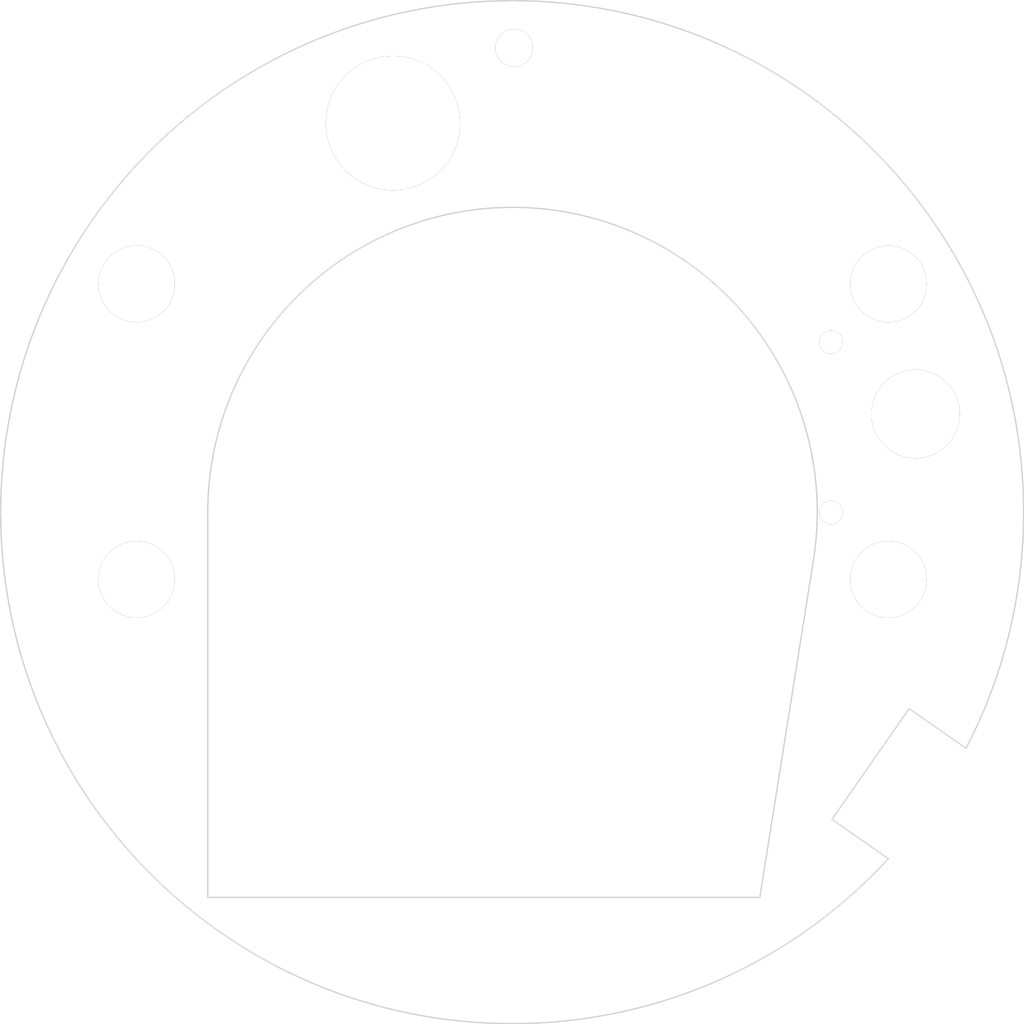
<source format=kicad_pcb>
(kicad_pcb (version 20171130) (host pcbnew "(5.1.9)-1")

  (general
    (thickness 1.6)
    (drawings 0)
    (tracks 0)
    (zones 0)
    (modules 1)
    (nets 1)
  )

  (page A4)
  (layers
    (0 F.Cu signal)
    (31 B.Cu signal)
    (32 B.Adhes user)
    (33 F.Adhes user)
    (34 B.Paste user)
    (35 F.Paste user)
    (36 B.SilkS user)
    (37 F.SilkS user)
    (38 B.Mask user)
    (39 F.Mask user)
    (40 Dwgs.User user)
    (41 Cmts.User user)
    (42 Eco1.User user)
    (43 Eco2.User user)
    (44 Edge.Cuts user)
    (45 Margin user)
    (46 B.CrtYd user)
    (47 F.CrtYd user)
    (48 B.Fab user)
    (49 F.Fab user)
  )

  (setup
    (last_trace_width 0.25)
    (trace_clearance 0.2)
    (zone_clearance 0.508)
    (zone_45_only no)
    (trace_min 0.2)
    (via_size 0.8)
    (via_drill 0.4)
    (via_min_size 0.4)
    (via_min_drill 0.3)
    (uvia_size 0.3)
    (uvia_drill 0.1)
    (uvias_allowed no)
    (uvia_min_size 0.2)
    (uvia_min_drill 0.1)
    (edge_width 0.05)
    (segment_width 0.2)
    (pcb_text_width 0.3)
    (pcb_text_size 1.5 1.5)
    (mod_edge_width 0.12)
    (mod_text_size 1 1)
    (mod_text_width 0.15)
    (pad_size 10 10)
    (pad_drill 10)
    (pad_to_mask_clearance 0)
    (aux_axis_origin 0 0)
    (visible_elements 7FFFFFFF)
    (pcbplotparams
      (layerselection 0x010fc_ffffffff)
      (usegerberextensions true)
      (usegerberattributes false)
      (usegerberadvancedattributes false)
      (creategerberjobfile false)
      (excludeedgelayer true)
      (linewidth 0.100000)
      (plotframeref false)
      (viasonmask false)
      (mode 1)
      (useauxorigin false)
      (hpglpennumber 1)
      (hpglpenspeed 20)
      (hpglpendiameter 15.000000)
      (psnegative false)
      (psa4output false)
      (plotreference true)
      (plotvalue true)
      (plotinvisibletext false)
      (padsonsilk false)
      (subtractmaskfromsilk false)
      (outputformat 1)
      (mirror false)
      (drillshape 0)
      (scaleselection 1)
      (outputdirectory ""))
  )

  (net 0 "")

  (net_class Default "This is the default net class."
    (clearance 0.2)
    (trace_width 0.25)
    (via_dia 0.8)
    (via_drill 0.4)
    (uvia_dia 0.3)
    (uvia_drill 0.1)
  )

  (module BoardSpacer2021 (layer F.Cu) (tedit 0) (tstamp 612B5235)
    (at 0 0)
    (fp_text reference Ref** (at 0 0) (layer F.SilkS) hide
      (effects (font (size 1.27 1.27) (thickness 0.15)))
    )
    (fp_text value Val** (at 0 0) (layer F.SilkS) hide
      (effects (font (size 1.27 1.27) (thickness 0.15)))
    )
    (fp_poly (pts (xy 6.363569 -13.076327) (xy 6.594089 -13.007259) (xy 6.806975 -12.902326) (xy 6.999028 -12.763002)
      (xy 7.16705 -12.590761) (xy 7.26705 -12.453883) (xy 7.392863 -12.228265) (xy 7.490116 -11.983317)
      (xy 7.559701 -11.71545) (xy 7.602513 -11.42108) (xy 7.619446 -11.09662) (xy 7.619815 -11.038417)
      (xy 7.60743 -10.686408) (xy 7.569999 -10.368303) (xy 7.507338 -10.083743) (xy 7.419263 -9.832366)
      (xy 7.30559 -9.613814) (xy 7.166134 -9.427726) (xy 7.000712 -9.273743) (xy 6.809139 -9.151504)
      (xy 6.610939 -9.067214) (xy 6.530012 -9.041948) (xy 6.454266 -9.024696) (xy 6.37101 -9.013631)
      (xy 6.267557 -9.006923) (xy 6.170083 -9.003677) (xy 5.985921 -9.003452) (xy 5.841786 -9.01329)
      (xy 5.765901 -9.025953) (xy 5.528124 -9.100087) (xy 5.314595 -9.208712) (xy 5.125196 -9.351946)
      (xy 4.959812 -9.529905) (xy 4.818326 -9.742707) (xy 4.700622 -9.990468) (xy 4.640075 -10.16)
      (xy 4.598318 -10.301269) (xy 4.567001 -10.434004) (xy 4.544873 -10.568123) (xy 4.530681 -10.713544)
      (xy 4.523174 -10.880185) (xy 4.521382 -11.050974) (xy 5.099179 -11.050974) (xy 5.111345 -10.744247)
      (xy 5.147139 -10.468438) (xy 5.206158 -10.224402) (xy 5.287995 -10.012995) (xy 5.392247 -9.835071)
      (xy 5.518509 -9.691486) (xy 5.666377 -9.583094) (xy 5.826888 -9.513374) (xy 5.941762 -9.490943)
      (xy 6.077775 -9.48494) (xy 6.217183 -9.495054) (xy 6.342239 -9.520977) (xy 6.347128 -9.522474)
      (xy 6.510756 -9.5944) (xy 6.652347 -9.701577) (xy 6.772002 -9.844207) (xy 6.869823 -10.022491)
      (xy 6.945911 -10.236629) (xy 7.000369 -10.486822) (xy 7.033299 -10.773272) (xy 7.040125 -10.89025)
      (xy 7.041793 -11.19107) (xy 7.019655 -11.469347) (xy 6.974549 -11.722848) (xy 6.907309 -11.949341)
      (xy 6.818773 -12.14659) (xy 6.709775 -12.312363) (xy 6.581153 -12.444426) (xy 6.433741 -12.540545)
      (xy 6.42004 -12.547141) (xy 6.361833 -12.572602) (xy 6.309524 -12.589262) (xy 6.251474 -12.598951)
      (xy 6.176045 -12.603499) (xy 6.071598 -12.604737) (xy 6.053667 -12.60475) (xy 5.945784 -12.603994)
      (xy 5.868841 -12.60044) (xy 5.811454 -12.592165) (xy 5.76224 -12.577242) (xy 5.709813 -12.553746)
      (xy 5.68821 -12.542945) (xy 5.535324 -12.443077) (xy 5.405664 -12.309858) (xy 5.299059 -12.14285)
      (xy 5.215337 -11.941617) (xy 5.154324 -11.705722) (xy 5.115849 -11.434728) (xy 5.099738 -11.128199)
      (xy 5.099179 -11.050974) (xy 4.521382 -11.050974) (xy 4.521098 -11.077962) (xy 4.521147 -11.101917)
      (xy 4.524979 -11.322539) (xy 4.535971 -11.511551) (xy 4.555559 -11.679288) (xy 4.585176 -11.836085)
      (xy 4.626257 -11.992275) (xy 4.659247 -12.09675) (xy 4.739343 -12.302611) (xy 4.834384 -12.478453)
      (xy 4.951005 -12.635771) (xy 5.005508 -12.696431) (xy 5.170645 -12.845926) (xy 5.352334 -12.960129)
      (xy 5.555101 -13.041175) (xy 5.78347 -13.0912) (xy 5.862417 -13.100977) (xy 6.118612 -13.108057)
      (xy 6.363569 -13.076327)) (layer B.Mask) (width 0.01))
    (fp_poly (pts (xy 16.690205 -13.078522) (xy 16.921128 -13.012334) (xy 17.133532 -12.911033) (xy 17.324298 -12.77593)
      (xy 17.490311 -12.608338) (xy 17.555635 -12.523343) (xy 17.68585 -12.31518) (xy 17.788855 -12.094248)
      (xy 17.865975 -11.855593) (xy 17.918533 -11.594259) (xy 17.947856 -11.305293) (xy 17.955496 -11.027833)
      (xy 17.949406 -10.756668) (xy 17.930803 -10.518352) (xy 17.898152 -10.30485) (xy 17.849916 -10.108127)
      (xy 17.784561 -9.920147) (xy 17.712759 -9.757833) (xy 17.656969 -9.647665) (xy 17.606244 -9.56285)
      (xy 17.550575 -9.489184) (xy 17.479949 -9.412464) (xy 17.443963 -9.37645) (xy 17.269366 -9.228823)
      (xy 17.082513 -9.119905) (xy 16.877626 -9.046567) (xy 16.801934 -9.029) (xy 16.640235 -9.006387)
      (xy 16.461597 -8.998435) (xy 16.28294 -9.004964) (xy 16.121186 -9.025793) (xy 16.070217 -9.03679)
      (xy 15.870957 -9.099495) (xy 15.694817 -9.186442) (xy 15.53081 -9.30395) (xy 15.406843 -9.418262)
      (xy 15.319522 -9.509104) (xy 15.25423 -9.586366) (xy 15.20089 -9.664059) (xy 15.149425 -9.756198)
      (xy 15.116025 -9.822673) (xy 15.026713 -10.022261) (xy 14.958278 -10.218081) (xy 14.908856 -10.419297)
      (xy 14.876583 -10.635071) (xy 14.859598 -10.874569) (xy 14.857032 -11.028028) (xy 15.434836 -11.028028)
      (xy 15.439962 -10.842514) (xy 15.451547 -10.66791) (xy 15.469342 -10.515935) (xy 15.484049 -10.435167)
      (xy 15.550104 -10.199606) (xy 15.637563 -9.993544) (xy 15.744866 -9.819143) (xy 15.870456 -9.678568)
      (xy 16.012775 -9.57398) (xy 16.14727 -9.514496) (xy 16.256813 -9.492645) (xy 16.389242 -9.486162)
      (xy 16.528705 -9.494134) (xy 16.659346 -9.515646) (xy 16.765314 -9.549785) (xy 16.766183 -9.550182)
      (xy 16.922392 -9.644724) (xy 17.055739 -9.774738) (xy 17.166139 -9.940014) (xy 17.253503 -10.140337)
      (xy 17.317744 -10.375496) (xy 17.358774 -10.645277) (xy 17.376508 -10.949467) (xy 17.377289 -11.038417)
      (xy 17.370839 -11.289776) (xy 17.350968 -11.509161) (xy 17.316085 -11.705242) (xy 17.264602 -11.88669)
      (xy 17.194928 -12.062176) (xy 17.18609 -12.081478) (xy 17.097188 -12.237059) (xy 16.985407 -12.375548)
      (xy 16.859033 -12.487919) (xy 16.753417 -12.552741) (xy 16.701699 -12.575849) (xy 16.651856 -12.590952)
      (xy 16.592813 -12.5997) (xy 16.513496 -12.603741) (xy 16.404167 -12.604722) (xy 16.294077 -12.603768)
      (xy 16.214802 -12.599706) (xy 16.154845 -12.590784) (xy 16.102709 -12.575248) (xy 16.046896 -12.551344)
      (xy 16.043367 -12.549693) (xy 15.897134 -12.463291) (xy 15.773016 -12.350389) (xy 15.66955 -12.208429)
      (xy 15.585269 -12.034852) (xy 15.518707 -11.827101) (xy 15.468398 -11.582618) (xy 15.460706 -11.532821)
      (xy 15.444959 -11.384902) (xy 15.436418 -11.21273) (xy 15.434836 -11.028028) (xy 14.857032 -11.028028)
      (xy 14.855785 -11.102591) (xy 14.870017 -11.446374) (xy 14.910663 -11.759351) (xy 14.977401 -12.041037)
      (xy 15.069908 -12.290949) (xy 15.187863 -12.508602) (xy 15.330943 -12.693513) (xy 15.498827 -12.845198)
      (xy 15.691192 -12.963173) (xy 15.907715 -13.046953) (xy 16.148076 -13.096055) (xy 16.185268 -13.100306)
      (xy 16.44388 -13.108283) (xy 16.690205 -13.078522)) (layer B.Mask) (width 0.01))
    (fp_poly (pts (xy 3.788483 -13.059507) (xy 3.883987 -13.058606) (xy 3.955757 -13.05725) (xy 3.996474 -13.055557)
      (xy 4.002975 -13.054542) (xy 4.005017 -13.031705) (xy 4.008853 -12.970214) (xy 4.014311 -12.873634)
      (xy 4.021218 -12.745532) (xy 4.029401 -12.589474) (xy 4.038686 -12.409026) (xy 4.0489 -12.207754)
      (xy 4.05987 -11.989223) (xy 4.071423 -11.757001) (xy 4.083386 -11.514652) (xy 4.095585 -11.265744)
      (xy 4.107847 -11.013841) (xy 4.119999 -10.762511) (xy 4.131869 -10.515319) (xy 4.143282 -10.275831)
      (xy 4.154065 -10.047613) (xy 4.164046 -9.834231) (xy 4.173051 -9.639252) (xy 4.180907 -9.466241)
      (xy 4.18744 -9.318765) (xy 4.192479 -9.200388) (xy 4.195848 -9.114679) (xy 4.197376 -9.065201)
      (xy 4.197261 -9.054042) (xy 4.175293 -9.049289) (xy 4.121466 -9.045036) (xy 4.045733 -9.041488)
      (xy 3.958041 -9.038848) (xy 3.868343 -9.037322) (xy 3.786587 -9.037113) (xy 3.722724 -9.038426)
      (xy 3.686705 -9.041466) (xy 3.68223 -9.043458) (xy 3.680713 -9.070684) (xy 3.678204 -9.136071)
      (xy 3.67482 -9.235462) (xy 3.670678 -9.364699) (xy 3.665896 -9.519625) (xy 3.660589 -9.696083)
      (xy 3.654876 -9.889914) (xy 3.648872 -10.096961) (xy 3.642694 -10.313067) (xy 3.63646 -10.534074)
      (xy 3.630285 -10.755825) (xy 3.624288 -10.974163) (xy 3.618585 -11.184929) (xy 3.613292 -11.383966)
      (xy 3.608526 -11.567117) (xy 3.604405 -11.730224) (xy 3.601046 -11.869129) (xy 3.598564 -11.979676)
      (xy 3.597077 -12.057707) (xy 3.596718 -12.086167) (xy 3.594063 -12.435417) (xy 3.521414 -12.202583)
      (xy 3.497681 -12.130006) (xy 3.461402 -12.023662) (xy 3.414678 -11.889505) (xy 3.359612 -11.733486)
      (xy 3.298307 -11.561556) (xy 3.232866 -11.379669) (xy 3.16539 -11.193776) (xy 3.155041 -11.165417)
      (xy 2.861317 -10.361083) (xy 2.468299 -10.361083) (xy 2.208081 -11.059583) (xy 2.140503 -11.241652)
      (xy 2.071747 -11.428107) (xy 2.004733 -11.610951) (xy 1.942376 -11.782186) (xy 1.887594 -11.933815)
      (xy 1.843305 -12.057838) (xy 1.82589 -12.107333) (xy 1.779326 -12.237853) (xy 1.744197 -12.329687)
      (xy 1.719688 -12.384673) (xy 1.704988 -12.404649) (xy 1.69938 -12.393083) (xy 1.697994 -12.361584)
      (xy 1.695478 -12.291393) (xy 1.691946 -12.186136) (xy 1.687511 -12.049437) (xy 1.68229 -11.884921)
      (xy 1.676395 -11.696211) (xy 1.669943 -11.486932) (xy 1.663046 -11.260709) (xy 1.65582 -11.021166)
      (xy 1.651585 -10.879667) (xy 1.644032 -10.6297) (xy 1.636532 -10.387602) (xy 1.629224 -10.157439)
      (xy 1.622245 -9.943275) (xy 1.615732 -9.749177) (xy 1.609823 -9.57921) (xy 1.604655 -9.43744)
      (xy 1.600366 -9.327931) (xy 1.597093 -9.25475) (xy 1.595938 -9.233958) (xy 1.583549 -9.038167)
      (xy 1.058333 -9.038167) (xy 1.057718 -9.138708) (xy 1.058581 -9.179076) (xy 1.061304 -9.256879)
      (xy 1.065712 -9.368434) (xy 1.071633 -9.510054) (xy 1.078892 -9.678054) (xy 1.087317 -9.868749)
      (xy 1.096733 -10.078455) (xy 1.106967 -10.303485) (xy 1.117846 -10.540155) (xy 1.129195 -10.78478)
      (xy 1.140841 -11.033673) (xy 1.152611 -11.28315) (xy 1.164331 -11.529527) (xy 1.175827 -11.769117)
      (xy 1.186926 -11.998235) (xy 1.197454 -12.213196) (xy 1.207238 -12.410316) (xy 1.216104 -12.585908)
      (xy 1.223877 -12.736287) (xy 1.230386 -12.85777) (xy 1.235456 -12.946669) (xy 1.238913 -12.9993)
      (xy 1.240191 -13.012208) (xy 1.24507 -13.03013) (xy 1.255677 -13.042873) (xy 1.278352 -13.051316)
      (xy 1.319433 -13.056337) (xy 1.38526 -13.058816) (xy 1.482172 -13.059632) (xy 1.582611 -13.059678)
      (xy 1.915583 -13.059523) (xy 2.225892 -12.228887) (xy 2.294565 -12.04449) (xy 2.360331 -11.866809)
      (xy 2.421307 -11.701013) (xy 2.475608 -11.55227) (xy 2.521352 -11.425749) (xy 2.556654 -11.326617)
      (xy 2.57963 -11.260043) (xy 2.5846 -11.244792) (xy 2.614146 -11.157334) (xy 2.636346 -11.108526)
      (xy 2.653397 -11.095772) (xy 2.667497 -11.116479) (xy 2.674227 -11.138958) (xy 2.683631 -11.168124)
      (xy 2.705801 -11.232998) (xy 2.739277 -11.329419) (xy 2.782599 -11.453225) (xy 2.834307 -11.600254)
      (xy 2.89294 -11.766343) (xy 2.957039 -11.94733) (xy 3.019507 -12.123208) (xy 3.352623 -13.059833)
      (xy 3.676561 -13.059833) (xy 3.788483 -13.059507)) (layer B.Mask) (width 0.01))
    (fp_poly (pts (xy 10.9855 -12.573) (xy 9.800167 -12.573) (xy 9.800167 -9.038167) (xy 9.528528 -9.038167)
      (xy 9.42528 -9.039209) (xy 9.337792 -9.042059) (xy 9.274529 -9.046296) (xy 9.243958 -9.051504)
      (xy 9.242778 -9.052278) (xy 9.240616 -9.075124) (xy 9.238555 -9.137156) (xy 9.23662 -9.235226)
      (xy 9.234837 -9.366187) (xy 9.23323 -9.526892) (xy 9.231824 -9.714193) (xy 9.230645 -9.924942)
      (xy 9.229718 -10.155993) (xy 9.229068 -10.404197) (xy 9.22872 -10.666408) (xy 9.228667 -10.81936)
      (xy 9.228667 -12.572331) (xy 8.053917 -12.583583) (xy 8.053917 -13.04925) (xy 9.519708 -13.054687)
      (xy 10.9855 -13.060123) (xy 10.9855 -12.573)) (layer B.Mask) (width 0.01))
    (fp_poly (pts (xy 14.425083 -12.583583) (xy 13.83783 -12.577957) (xy 13.250576 -12.572331) (xy 13.245163 -10.810541)
      (xy 13.23975 -9.04875) (xy 12.959292 -9.042844) (xy 12.678833 -9.036938) (xy 12.678833 -12.572331)
      (xy 11.504083 -12.583583) (xy 11.492113 -13.059833) (xy 14.437053 -13.059833) (xy 14.425083 -12.583583)) (layer B.Mask) (width 0.01))
    (fp_poly (pts (xy 21.097983 -11.056106) (xy 21.092583 -9.04875) (xy 20.531667 -9.046201) (xy 20.369439 -9.046182)
      (xy 20.210131 -9.047477) (xy 20.062038 -9.049921) (xy 19.933453 -9.053348) (xy 19.832672 -9.057592)
      (xy 19.78025 -9.061217) (xy 19.511596 -9.101482) (xy 19.269983 -9.169502) (xy 19.056917 -9.264035)
      (xy 18.873904 -9.383839) (xy 18.72245 -9.52767) (xy 18.60406 -9.694288) (xy 18.520242 -9.882448)
      (xy 18.4725 -10.090909) (xy 18.466459 -10.145141) (xy 18.466469 -10.270187) (xy 19.055768 -10.270187)
      (xy 19.057047 -10.145976) (xy 19.090633 -9.976582) (xy 19.156726 -9.833385) (xy 19.25433 -9.717689)
      (xy 19.38245 -9.6308) (xy 19.480264 -9.590828) (xy 19.541744 -9.571238) (xy 19.594018 -9.55644)
      (xy 19.644473 -9.545712) (xy 19.700495 -9.538332) (xy 19.769467 -9.533579) (xy 19.858777 -9.53073)
      (xy 19.97581 -9.529063) (xy 20.124208 -9.527883) (xy 20.531667 -9.525) (xy 20.531667 -10.879667)
      (xy 20.166542 -10.879299) (xy 19.975242 -10.876546) (xy 19.818305 -10.867918) (xy 19.688022 -10.852223)
      (xy 19.576682 -10.828269) (xy 19.476574 -10.794866) (xy 19.400009 -10.76084) (xy 19.260993 -10.671724)
      (xy 19.156344 -10.558563) (xy 19.087467 -10.423877) (xy 19.055768 -10.270187) (xy 18.466469 -10.270187)
      (xy 18.466476 -10.353157) (xy 18.504535 -10.543399) (xy 18.579629 -10.714443) (xy 18.690751 -10.864865)
      (xy 18.836895 -10.99324) (xy 19.017054 -11.098145) (xy 19.187398 -11.16499) (xy 19.202589 -11.175392)
      (xy 19.190751 -11.191526) (xy 19.147423 -11.217134) (xy 19.093194 -11.244033) (xy 18.93551 -11.342213)
      (xy 18.806029 -11.470115) (xy 18.706886 -11.624104) (xy 18.640218 -11.800546) (xy 18.608965 -11.990917)
      (xy 19.189134 -11.990917) (xy 19.209328 -11.825483) (xy 19.265073 -11.681712) (xy 19.354628 -11.562022)
      (xy 19.476248 -11.468831) (xy 19.607264 -11.411035) (xy 19.672067 -11.390621) (xy 19.728378 -11.375499)
      (xy 19.784433 -11.364798) (xy 19.848467 -11.357646) (xy 19.928713 -11.353172) (xy 20.033408 -11.350504)
      (xy 20.170785 -11.348772) (xy 20.198292 -11.348505) (xy 20.531667 -11.345333) (xy 20.531667 -12.600033)
      (xy 20.124208 -12.588685) (xy 19.96993 -12.58361) (xy 19.85021 -12.577559) (xy 19.757275 -12.569745)
      (xy 19.683349 -12.559378) (xy 19.620658 -12.545672) (xy 19.578281 -12.533346) (xy 19.431748 -12.47035)
      (xy 19.320778 -12.384916) (xy 19.244182 -12.275389) (xy 19.200774 -12.140112) (xy 19.189134 -11.990917)
      (xy 18.608965 -11.990917) (xy 18.608162 -11.995807) (xy 18.6055 -12.073736) (xy 18.623198 -12.280277)
      (xy 18.675897 -12.463905) (xy 18.763005 -12.623632) (xy 18.883931 -12.758469) (xy 19.038083 -12.867426)
      (xy 19.099312 -12.899043) (xy 19.177059 -12.934685) (xy 19.249514 -12.964142) (xy 19.321763 -12.988055)
      (xy 19.398895 -13.007067) (xy 19.485996 -13.02182) (xy 19.588153 -13.032956) (xy 19.710453 -13.041118)
      (xy 19.857984 -13.046948) (xy 20.035832 -13.051088) (xy 20.249085 -13.05418) (xy 20.335983 -13.055165)
      (xy 21.103382 -13.063462) (xy 21.097983 -11.056106)) (layer B.Mask) (width 0.01))
    (fp_poly (pts (xy -20.939119 -4.421513) (xy -20.876748 -4.31343) (xy -20.79459 -4.1824) (xy -20.699473 -4.038393)
      (xy -20.598228 -3.891382) (xy -20.497683 -3.751337) (xy -20.404669 -3.62823) (xy -20.34569 -3.555075)
      (xy -20.105967 -3.291552) (xy -19.834789 -3.032832) (xy -19.542813 -2.788014) (xy -19.240699 -2.566196)
      (xy -19.022804 -2.425791) (xy -18.817167 -2.301376) (xy -18.817167 -1.563438) (xy -18.81762 -1.391461)
      (xy -18.81891 -1.233691) (xy -18.820928 -1.094926) (xy -18.823569 -0.979967) (xy -18.826724 -0.893613)
      (xy -18.830288 -0.840662) (xy -18.833601 -0.8255) (xy -18.857197 -0.834388) (xy -18.912073 -0.858986)
      (xy -18.991582 -0.896197) (xy -19.089078 -0.942924) (xy -19.166976 -0.980865) (xy -19.638555 -1.234686)
      (xy -20.0845 -1.520773) (xy -20.503346 -1.837698) (xy -20.893625 -2.184034) (xy -21.253874 -2.558352)
      (xy -21.582626 -2.959226) (xy -21.878415 -3.385229) (xy -22.139777 -3.834932) (xy -22.183411 -3.918987)
      (xy -22.231765 -4.015865) (xy -22.279404 -4.114525) (xy -21.844 -4.114525) (xy -21.833313 -4.086621)
      (xy -21.803907 -4.029765) (xy -21.759769 -3.950736) (xy -21.704883 -3.856313) (xy -21.643236 -3.753274)
      (xy -21.578811 -3.648399) (xy -21.515594 -3.548466) (xy -21.47209 -3.481917) (xy -21.346327 -3.299135)
      (xy -21.2217 -3.132083) (xy -21.089904 -2.970658) (xy -20.94264 -2.804757) (xy -20.771603 -2.624277)
      (xy -20.744139 -2.596095) (xy -20.455224 -2.31752) (xy -20.155807 -2.061023) (xy -19.855553 -1.834739)
      (xy -19.769667 -1.775904) (xy -19.674652 -1.713548) (xy -19.573267 -1.649038) (xy -19.472468 -1.586565)
      (xy -19.379212 -1.530326) (xy -19.300453 -1.484512) (xy -19.243148 -1.453319) (xy -19.214254 -1.440939)
      (xy -19.214042 -1.440915) (xy -19.208486 -1.460278) (xy -19.203779 -1.514657) (xy -19.200293 -1.596737)
      (xy -19.1984 -1.699203) (xy -19.198167 -1.752707) (xy -19.198167 -2.066081) (xy -19.468042 -2.249706)
      (xy -19.816704 -2.506898) (xy -20.14787 -2.790836) (xy -20.456157 -3.095954) (xy -20.736182 -3.416684)
      (xy -20.982562 -3.74746) (xy -21.114358 -3.952326) (xy -21.219583 -4.126402) (xy -21.531792 -4.126951)
      (xy -21.641298 -4.126315) (xy -21.734019 -4.124197) (xy -21.802577 -4.120891) (xy -21.839595 -4.116689)
      (xy -21.844 -4.114525) (xy -22.279404 -4.114525) (xy -22.28271 -4.12137) (xy -22.332846 -4.228039)
      (xy -22.37877 -4.328411) (xy -22.417082 -4.415027) (xy -22.44438 -4.480425) (xy -22.457264 -4.517145)
      (xy -22.457833 -4.520959) (xy -22.437471 -4.522999) (xy -22.3796 -4.524869) (xy -22.289045 -4.526511)
      (xy -22.17063 -4.527869) (xy -22.02918 -4.528885) (xy -21.86952 -4.529501) (xy -21.727577 -4.529667)
      (xy -20.997321 -4.529667) (xy -20.939119 -4.421513)) (layer F.Mask) (width 0.01))
    (fp_poly (pts (xy -14.846836 -4.471458) (xy -14.860092 -4.435427) (xy -14.889319 -4.368175) (xy -14.931474 -4.276302)
      (xy -14.983513 -4.166409) (xy -15.042391 -4.045096) (xy -15.059144 -4.011083) (xy -15.313085 -3.544066)
      (xy -15.600353 -3.102969) (xy -15.920225 -2.688557) (xy -16.271978 -2.301597) (xy -16.654889 -1.942856)
      (xy -17.068235 -1.6131) (xy -17.511293 -1.313096) (xy -17.726231 -1.184517) (xy -17.819656 -1.132442)
      (xy -17.926353 -1.075572) (xy -18.039324 -1.017343) (xy -18.151572 -0.961188) (xy -18.2561 -0.910542)
      (xy -18.345912 -0.868841) (xy -18.414009 -0.839518) (xy -18.453396 -0.826009) (xy -18.457615 -0.8255)
      (xy -18.465245 -0.846131) (xy -18.471297 -0.905924) (xy -18.475612 -1.001735) (xy -18.478026 -1.130417)
      (xy -18.4785 -1.232958) (xy -18.4785 -1.640417) (xy -18.078179 -1.640417) (xy -18.071964 -1.537968)
      (xy -18.06575 -1.43552) (xy -17.788066 -1.603661) (xy -17.353111 -1.891231) (xy -16.946772 -2.209557)
      (xy -16.570093 -2.557532) (xy -16.224118 -2.93405) (xy -15.909889 -3.338004) (xy -15.62845 -3.768287)
      (xy -15.453962 -4.079875) (xy -15.429011 -4.1275) (xy -16.06123 -4.1275) (xy -16.182615 -3.931708)
      (xy -16.443871 -3.549501) (xy -16.740872 -3.186629) (xy -17.070019 -2.846806) (xy -17.427712 -2.533745)
      (xy -17.810351 -2.25116) (xy -17.814514 -2.248349) (xy -17.898995 -2.184319) (xy -17.946767 -2.130114)
      (xy -17.959039 -2.10172) (xy -18.000019 -2.001646) (xy -18.064148 -1.919894) (xy -18.127491 -1.875504)
      (xy -18.235246 -1.844281) (xy -18.339264 -1.849233) (xy -18.433188 -1.88525) (xy -18.510657 -1.947221)
      (xy -18.565315 -2.030036) (xy -18.5908 -2.128584) (xy -18.580756 -2.237756) (xy -18.580311 -2.239418)
      (xy -18.532045 -2.343332) (xy -18.453872 -2.420108) (xy -18.351469 -2.465534) (xy -18.260594 -2.4765)
      (xy -18.214965 -2.479554) (xy -18.170866 -2.491604) (xy -18.119327 -2.516987) (xy -18.05138 -2.560036)
      (xy -17.968501 -2.61767) (xy -17.607894 -2.895802) (xy -17.27283 -3.199724) (xy -16.966919 -3.525454)
      (xy -16.693772 -3.869012) (xy -16.456999 -4.226414) (xy -16.366968 -4.383914) (xy -16.28775 -4.529384)
      (xy -15.560497 -4.529525) (xy -14.833244 -4.529667) (xy -14.846836 -4.471458)) (layer F.Mask) (width 0.01))
    (fp_poly (pts (xy -17.961141 -6.705972) (xy -17.461538 -6.63374) (xy -16.972071 -6.52275) (xy -16.536458 -6.387396)
      (xy -16.436997 -6.352482) (xy -16.367475 -6.32426) (xy -16.324302 -6.294943) (xy -16.303888 -6.256749)
      (xy -16.302642 -6.201892) (xy -16.316973 -6.122588) (xy -16.343291 -6.011052) (xy -16.349946 -5.983053)
      (xy -16.47165 -5.548215) (xy -16.626234 -5.13225) (xy -16.812016 -4.738617) (xy -17.027313 -4.370779)
      (xy -17.270441 -4.032198) (xy -17.339517 -3.947583) (xy -17.452884 -3.818937) (xy -17.584967 -3.679603)
      (xy -17.725886 -3.539271) (xy -17.865767 -3.407632) (xy -17.994731 -3.294377) (xy -18.056372 -3.244262)
      (xy -18.147923 -3.174854) (xy -18.247853 -3.102944) (xy -18.349458 -3.032925) (xy -18.446033 -2.969188)
      (xy -18.530873 -2.916126) (xy -18.597273 -2.878131) (xy -18.638529 -2.859595) (xy -18.645291 -2.858489)
      (xy -18.676565 -2.870163) (xy -18.733432 -2.900842) (xy -18.806741 -2.945345) (xy -18.86032 -2.980197)
      (xy -19.222563 -3.242693) (xy -19.547206 -3.521007) (xy -19.833155 -3.814182) (xy -19.901161 -3.89288)
      (xy -20.12871 -4.188461) (xy -20.340838 -4.51394) (xy -20.530879 -4.857797) (xy -20.692163 -5.20851)
      (xy -20.753675 -5.36575) (xy -20.79113 -5.475069) (xy -20.832599 -5.608894) (xy -20.874932 -5.755708)
      (xy -20.8944 -5.827801) (xy -20.22633 -5.827801) (xy -20.211854 -5.77217) (xy -20.175755 -5.690057)
      (xy -20.140716 -5.615705) (xy -20.007313 -5.377479) (xy -19.842312 -5.160449) (xy -19.651128 -4.970957)
      (xy -19.479966 -4.841465) (xy -19.412099 -4.799784) (xy -19.315923 -4.745059) (xy -19.20125 -4.682658)
      (xy -19.077891 -4.617949) (xy -18.989524 -4.573105) (xy -18.880236 -4.517951) (xy -18.785953 -4.469299)
      (xy -18.712455 -4.43022) (xy -18.665522 -4.403787) (xy -18.650858 -4.393126) (xy -18.672888 -4.394973)
      (xy -18.730442 -4.404023) (xy -18.817523 -4.419214) (xy -18.928134 -4.439486) (xy -19.056282 -4.463777)
      (xy -19.124083 -4.476907) (xy -19.258718 -4.502753) (xy -19.378826 -4.525033) (xy -19.478401 -4.542696)
      (xy -19.551433 -4.554693) (xy -19.591916 -4.559973) (xy -19.598056 -4.559784) (xy -19.590183 -4.539903)
      (xy -19.558787 -4.495105) (xy -19.509093 -4.431552) (xy -19.446329 -4.355402) (xy -19.375718 -4.272815)
      (xy -19.302486 -4.189951) (xy -19.231858 -4.112969) (xy -19.169061 -4.048029) (xy -19.140286 -4.020174)
      (xy -19.065314 -3.952221) (xy -18.980756 -3.879071) (xy -18.893205 -3.806015) (xy -18.809256 -3.738341)
      (xy -18.735505 -3.68134) (xy -18.678545 -3.640301) (xy -18.644971 -3.620513) (xy -18.640756 -3.6195)
      (xy -18.61753 -3.631985) (xy -18.56902 -3.665819) (xy -18.502728 -3.715574) (xy -18.439108 -3.765443)
      (xy -18.317763 -3.868627) (xy -18.183904 -3.993066) (xy -18.046979 -4.129117) (xy -17.916436 -4.267133)
      (xy -17.801725 -4.397471) (xy -17.721556 -4.497917) (xy -17.671951 -4.56566) (xy -17.633829 -4.62004)
      (xy -17.613033 -4.652619) (xy -17.61087 -4.657739) (xy -17.628888 -4.670054) (xy -17.679808 -4.69889)
      (xy -17.758765 -4.741646) (xy -17.860893 -4.795722) (xy -17.981325 -4.858517) (xy -18.115198 -4.927429)
      (xy -18.119949 -4.92986) (xy -18.253765 -4.998636) (xy -18.373948 -5.061054) (xy -18.475715 -5.114578)
      (xy -18.554284 -5.156671) (xy -18.604873 -5.184796) (xy -18.6227 -5.196416) (xy -18.622657 -5.196509)
      (xy -18.60102 -5.194205) (xy -18.543189 -5.184623) (xy -18.454495 -5.168741) (xy -18.340265 -5.147534)
      (xy -18.205828 -5.121978) (xy -18.056511 -5.09305) (xy -18.034 -5.088645) (xy -17.881916 -5.058997)
      (xy -17.743004 -5.032203) (xy -17.622796 -5.009307) (xy -17.526829 -4.991353) (xy -17.460635 -4.979387)
      (xy -17.42975 -4.974453) (xy -17.428652 -4.974383) (xy -17.409104 -4.992976) (xy -17.377486 -5.044698)
      (xy -17.336793 -5.123118) (xy -17.290017 -5.221802) (xy -17.240154 -5.334317) (xy -17.190197 -5.454231)
      (xy -17.14314 -5.57511) (xy -17.12142 -5.634503) (xy -17.089274 -5.726356) (xy -17.063904 -5.80221)
      (xy -17.047896 -5.854083) (xy -17.043783 -5.873957) (xy -17.068135 -5.88218) (xy -17.125467 -5.897006)
      (xy -17.207288 -5.916534) (xy -17.305106 -5.938865) (xy -17.410431 -5.962099) (xy -17.514772 -5.984336)
      (xy -17.609638 -6.003675) (xy -17.686538 -6.018217) (xy -17.695333 -6.019753) (xy -18.091642 -6.070878)
      (xy -18.507931 -6.092614) (xy -18.934069 -6.08533) (xy -19.359927 -6.049391) (xy -19.775372 -5.985167)
      (xy -20.003534 -5.936066) (xy -20.107786 -5.91108) (xy -20.17752 -5.889727) (xy -20.21596 -5.864476)
      (xy -20.22633 -5.827801) (xy -20.8944 -5.827801) (xy -20.914976 -5.903992) (xy -20.949579 -6.042226)
      (xy -20.975591 -6.158893) (xy -20.985845 -6.214256) (xy -20.999888 -6.300761) (xy -20.707569 -6.398158)
      (xy -20.551794 -6.449441) (xy -20.424181 -6.489681) (xy -20.313048 -6.522142) (xy -20.206715 -6.550088)
      (xy -20.093502 -6.576782) (xy -19.97756 -6.602116) (xy -19.47909 -6.687518) (xy -18.974085 -6.733121)
      (xy -18.466713 -6.739186) (xy -17.961141 -6.705972)) (layer F.Mask) (width 0.01))
    (fp_poly (pts (xy -18.48656 -11.460365) (xy -18.37839 -11.457901) (xy -18.291765 -11.452599) (xy -18.216295 -11.44342)
      (xy -18.14159 -11.429322) (xy -18.057258 -11.409264) (xy -18.023417 -11.40061) (xy -17.69161 -11.294498)
      (xy -17.384938 -11.154657) (xy -17.104509 -10.982213) (xy -16.85143 -10.778291) (xy -16.626808 -10.544017)
      (xy -16.431752 -10.280516) (xy -16.267368 -9.988914) (xy -16.134764 -9.670336) (xy -16.052611 -9.398)
      (xy -16.039588 -9.333193) (xy -16.028828 -9.247398) (xy -16.019977 -9.135754) (xy -16.012682 -8.993402)
      (xy -16.00659 -8.815481) (xy -16.004462 -8.735301) (xy -15.991417 -8.210184) (xy -15.663958 -8.083819)
      (xy -15.463012 -8.002349) (xy -15.244686 -7.907024) (xy -15.021338 -7.803666) (xy -14.805329 -7.698099)
      (xy -14.609018 -7.596144) (xy -14.49645 -7.533779) (xy -14.308667 -7.426319) (xy -14.308885 -7.158034)
      (xy -14.322718 -6.767015) (xy -14.362427 -6.355269) (xy -14.426244 -5.934134) (xy -14.512404 -5.514947)
      (xy -14.61914 -5.109045) (xy -14.637832 -5.046671) (xy -14.692229 -4.868333) (xy -16.128382 -4.868333)
      (xy -16.083498 -4.979458) (xy -15.998435 -5.209133) (xy -15.916718 -5.465439) (xy -15.842319 -5.733705)
      (xy -15.779211 -5.999259) (xy -15.731364 -6.247429) (xy -15.719377 -6.324553) (xy -15.707378 -6.413445)
      (xy -15.70316 -6.473583) (xy -15.707789 -6.518008) (xy -15.72233 -6.559761) (xy -15.741874 -6.600121)
      (xy -15.777198 -6.681744) (xy -15.787049 -6.74814) (xy -15.771977 -6.817472) (xy -15.750035 -6.870604)
      (xy -15.689391 -6.959659) (xy -15.6077 -7.018586) (xy -15.513311 -7.047717) (xy -15.414574 -7.047384)
      (xy -15.319839 -7.017921) (xy -15.237458 -6.959659) (xy -15.175779 -6.872932) (xy -15.164746 -6.847296)
      (xy -15.14293 -6.738833) (xy -15.162512 -6.634071) (xy -15.22392 -6.531104) (xy -15.239764 -6.512253)
      (xy -15.270528 -6.471302) (xy -15.293391 -6.423137) (xy -15.311999 -6.357028) (xy -15.329998 -6.262245)
      (xy -15.334937 -6.232146) (xy -15.368907 -6.043962) (xy -15.412586 -5.836153) (xy -15.461477 -5.628799)
      (xy -15.511082 -5.441984) (xy -15.514718 -5.429318) (xy -15.535646 -5.354819) (xy -15.550891 -5.296641)
      (xy -15.55744 -5.266335) (xy -15.5575 -5.265276) (xy -15.537622 -5.259443) (xy -15.483133 -5.254567)
      (xy -15.401754 -5.251081) (xy -15.301204 -5.249415) (xy -15.272341 -5.249333) (xy -14.987183 -5.249333)
      (xy -14.954904 -5.360458) (xy -14.913019 -5.518375) (xy -14.870185 -5.704363) (xy -14.829344 -5.904336)
      (xy -14.793437 -6.104212) (xy -14.774782 -6.223) (xy -14.759459 -6.338051) (xy -14.744876 -6.467182)
      (xy -14.731514 -6.603613) (xy -14.719851 -6.740564) (xy -14.710367 -6.871256) (xy -14.703541 -6.98891)
      (xy -14.699852 -7.086745) (xy -14.69978 -7.157983) (xy -14.703803 -7.195844) (xy -14.705746 -7.199557)
      (xy -14.729516 -7.214605) (xy -14.78329 -7.244888) (xy -14.859455 -7.28622) (xy -14.950397 -7.334417)
      (xy -14.964833 -7.341975) (xy -15.390783 -7.547177) (xy -15.838706 -7.730213) (xy -16.299845 -7.888375)
      (xy -16.765443 -8.018954) (xy -17.226742 -8.11924) (xy -17.674985 -8.186525) (xy -17.705917 -8.189959)
      (xy -17.806109 -8.201024) (xy -17.899394 -8.211701) (xy -17.971851 -8.22038) (xy -17.996958 -8.223608)
      (xy -18.076333 -8.234334) (xy -18.076333 -7.662333) (xy -17.996958 -7.662002) (xy -17.899728 -7.656586)
      (xy -17.769495 -7.641951) (xy -17.614224 -7.619541) (xy -17.441881 -7.590798) (xy -17.260432 -7.557166)
      (xy -17.077842 -7.520088) (xy -16.902077 -7.481007) (xy -16.741102 -7.441367) (xy -16.664133 -7.42052)
      (xy -16.560189 -7.389679) (xy -16.435579 -7.350289) (xy -16.301347 -7.306087) (xy -16.168536 -7.260807)
      (xy -16.048192 -7.218185) (xy -15.951358 -7.181957) (xy -15.912553 -7.166292) (xy -15.833689 -7.133026)
      (xy -15.89642 -7.034109) (xy -15.935154 -6.963842) (xy -15.964045 -6.894862) (xy -15.972348 -6.864846)
      (xy -15.986861 -6.817477) (xy -16.004865 -6.794827) (xy -16.006996 -6.7945) (xy -16.034468 -6.80144)
      (xy -16.092665 -6.820269) (xy -16.172679 -6.847999) (xy -16.253349 -6.877128) (xy -16.668981 -7.014586)
      (xy -17.095529 -7.124802) (xy -17.540039 -7.209214) (xy -18.009559 -7.269259) (xy -18.293292 -7.293288)
      (xy -18.4785 -7.3063) (xy -18.4785 -8.642331) (xy -18.200229 -8.627641) (xy -18.064729 -8.618931)
      (xy -17.91487 -8.606808) (xy -17.771047 -8.593038) (xy -17.676354 -8.582311) (xy -17.579416 -8.570286)
      (xy -17.499067 -8.560448) (xy -17.443897 -8.55384) (xy -17.422601 -8.551503) (xy -17.420316 -8.57123)
      (xy -17.420015 -8.625164) (xy -17.421612 -8.705232) (xy -17.425022 -8.803356) (xy -17.425323 -8.810625)
      (xy -17.432679 -8.939844) (xy -17.443646 -9.0394) (xy -17.460228 -9.121929) (xy -17.484425 -9.200072)
      (xy -17.488989 -9.212613) (xy -17.581213 -9.416001) (xy -17.69775 -9.589467) (xy -17.812316 -9.712339)
      (xy -17.985682 -9.84824) (xy -18.172363 -9.946981) (xy -18.36799 -10.009828) (xy -18.568192 -10.038048)
      (xy -18.7686 -10.032907) (xy -18.964843 -9.995672) (xy -19.15255 -9.927608) (xy -19.327352 -9.829982)
      (xy -19.484879 -9.704061) (xy -19.62076 -9.551111) (xy -19.730625 -9.372397) (xy -19.810104 -9.169187)
      (xy -19.82078 -9.130362) (xy -19.830521 -9.076779) (xy -19.839436 -8.999661) (xy -19.847081 -8.908109)
      (xy -19.853011 -8.811226) (xy -19.856783 -8.718113) (xy -19.857951 -8.637872) (xy -19.856072 -8.579604)
      (xy -19.850702 -8.552412) (xy -19.849042 -8.551503) (xy -19.827243 -8.554025) (xy -19.771938 -8.560755)
      (xy -19.691629 -8.570652) (xy -19.600333 -8.581987) (xy -19.474472 -8.595959) (xy -19.327397 -8.609681)
      (xy -19.180198 -8.621293) (xy -19.087042 -8.627244) (xy -18.817167 -8.642186) (xy -18.817167 -7.306112)
      (xy -18.981208 -7.293306) (xy -19.44204 -7.247928) (xy -19.869683 -7.185712) (xy -20.270371 -7.105242)
      (xy -20.650343 -7.0051) (xy -21.015832 -6.883868) (xy -21.32705 -6.760066) (xy -21.412217 -6.721853)
      (xy -21.467316 -6.691032) (xy -21.501998 -6.660346) (xy -21.525914 -6.622543) (xy -21.534483 -6.604132)
      (xy -21.595271 -6.514552) (xy -21.68071 -6.453344) (xy -21.781248 -6.42394) (xy -21.887331 -6.429769)
      (xy -21.953762 -6.453593) (xy -22.047599 -6.51537) (xy -22.105402 -6.593536) (xy -22.132632 -6.696095)
      (xy -22.134795 -6.718941) (xy -22.125449 -6.833931) (xy -22.081366 -6.927365) (xy -22.006 -6.995957)
      (xy -21.902803 -7.036421) (xy -21.791083 -7.046135) (xy -21.73503 -7.046715) (xy -21.680676 -7.053418)
      (xy -21.619066 -7.068708) (xy -21.541246 -7.095052) (xy -21.438258 -7.134914) (xy -21.373505 -7.161102)
      (xy -21.029036 -7.290131) (xy -20.667463 -7.404421) (xy -20.299537 -7.501314) (xy -19.936007 -7.578151)
      (xy -19.587626 -7.632273) (xy -19.383375 -7.653302) (xy -19.198167 -7.668155) (xy -19.198167 -8.233024)
      (xy -19.288125 -8.223014) (xy -19.46708 -8.202672) (xy -19.614458 -8.184787) (xy -19.740834 -8.167883)
      (xy -19.856781 -8.150486) (xy -19.972873 -8.131121) (xy -20.066 -8.11449) (xy -20.617504 -7.993869)
      (xy -21.154424 -7.835382) (xy -21.680819 -7.637639) (xy -22.200747 -7.39925) (xy -22.299083 -7.349273)
      (xy -22.57425 -7.20725) (xy -22.581683 -7.122583) (xy -22.584397 -7.019324) (xy -22.578541 -6.882164)
      (xy -22.565203 -6.718416) (xy -22.54547 -6.535398) (xy -22.52043 -6.340423) (xy -22.491171 -6.140808)
      (xy -22.45878 -5.943867) (xy -22.424346 -5.756916) (xy -22.388956 -5.58727) (xy -22.353699 -5.442245)
      (xy -22.319661 -5.329154) (xy -22.31178 -5.307542) (xy -22.289548 -5.249333) (xy -22.001009 -5.249333)
      (xy -21.885615 -5.249721) (xy -21.806376 -5.251441) (xy -21.757118 -5.255326) (xy -21.731666 -5.262211)
      (xy -21.723845 -5.272928) (xy -21.726713 -5.286375) (xy -21.740577 -5.330028) (xy -21.76165 -5.405454)
      (xy -21.787548 -5.503195) (xy -21.815884 -5.613794) (xy -21.844275 -5.72779) (xy -21.870333 -5.835727)
      (xy -21.891674 -5.928146) (xy -21.905912 -5.995589) (xy -21.906882 -6.00075) (xy -21.921343 -6.077805)
      (xy -21.934231 -6.144353) (xy -21.940759 -6.176461) (xy -21.943858 -6.2087) (xy -21.926509 -6.218239)
      (xy -21.881718 -6.212173) (xy -21.800281 -6.209764) (xy -21.691436 -6.228992) (xy -21.600451 -6.254432)
      (xy -21.581703 -6.256945) (xy -21.566877 -6.246786) (xy -21.553413 -6.217424) (xy -21.538753 -6.162329)
      (xy -21.520337 -6.074969) (xy -21.510367 -6.024536) (xy -21.461481 -5.803543) (xy -21.400115 -5.57066)
      (xy -21.331066 -5.34257) (xy -21.259134 -5.135952) (xy -21.241706 -5.090729) (xy -21.209475 -5.007407)
      (xy -21.184177 -4.939031) (xy -21.169237 -4.895024) (xy -21.166667 -4.884354) (xy -21.186839 -4.880178)
      (xy -21.243384 -4.876649) (xy -21.330349 -4.873765) (xy -21.441778 -4.871525) (xy -21.571717 -4.869927)
      (xy -21.714212 -4.868968) (xy -21.863307 -4.868648) (xy -22.013049 -4.868964) (xy -22.157482 -4.869915)
      (xy -22.290653 -4.871498) (xy -22.406606 -4.873712) (xy -22.499386 -4.876555) (xy -22.56304 -4.880025)
      (xy -22.591613 -4.88412) (xy -22.592507 -4.884793) (xy -22.605233 -4.916915) (xy -22.626024 -4.982239)
      (xy -22.652713 -5.072889) (xy -22.683132 -5.180988) (xy -22.715114 -5.298662) (xy -22.74649 -5.418034)
      (xy -22.775093 -5.531228) (xy -22.798756 -5.630367) (xy -22.803527 -5.6515) (xy -22.871637 -6.004798)
      (xy -22.923399 -6.381155) (xy -22.959732 -6.787715) (xy -22.969106 -6.9409) (xy -22.993774 -7.394217)
      (xy -22.93571 -7.440516) (xy -22.864716 -7.489504) (xy -22.760574 -7.551012) (xy -22.629528 -7.622058)
      (xy -22.477823 -7.699658) (xy -22.311704 -7.78083) (xy -22.137413 -7.86259) (xy -21.961197 -7.941956)
      (xy -21.789298 -8.015944) (xy -21.627962 -8.081571) (xy -21.483433 -8.135855) (xy -21.470844 -8.1403)
      (xy -21.298771 -8.200664) (xy -21.287404 -8.69879) (xy -21.286956 -8.715375) (xy -20.891222 -8.715375)
      (xy -20.890464 -8.59453) (xy -20.88819 -8.489784) (xy -20.884678 -8.407874) (xy -20.880208 -8.355535)
      (xy -20.875625 -8.339278) (xy -20.849869 -8.343843) (xy -20.791825 -8.356539) (xy -20.710312 -8.375377)
      (xy -20.621625 -8.396556) (xy -20.3835 -8.454222) (xy -20.383352 -8.751486) (xy -20.377055 -8.961204)
      (xy -20.356668 -9.142414) (xy -20.319606 -9.307344) (xy -20.263283 -9.468228) (xy -20.204165 -9.599083)
      (xy -20.069331 -9.828064) (xy -19.90357 -10.030807) (xy -19.710826 -10.204829) (xy -19.495044 -10.347643)
      (xy -19.26017 -10.456764) (xy -19.010147 -10.529706) (xy -18.748922 -10.563984) (xy -18.669 -10.566356)
      (xy -18.469713 -10.560211) (xy -18.29413 -10.537223) (xy -18.126026 -10.494617) (xy -18.008419 -10.453296)
      (xy -17.772612 -10.340135) (xy -17.556356 -10.191374) (xy -17.36357 -10.01075) (xy -17.198171 -9.802006)
      (xy -17.064077 -9.568879) (xy -17.04969 -9.538164) (xy -16.997389 -9.414303) (xy -16.958554 -9.297072)
      (xy -16.930989 -9.175612) (xy -16.9125 -9.039068) (xy -16.90089 -8.876581) (xy -16.897009 -8.783079)
      (xy -16.88566 -8.453907) (xy -16.639622 -8.391495) (xy -16.533885 -8.365424) (xy -16.462253 -8.350094)
      (xy -16.418104 -8.344704) (xy -16.394812 -8.348455) (xy -16.385754 -8.360547) (xy -16.385681 -8.360833)
      (xy -16.383736 -8.391345) (xy -16.383131 -8.456854) (xy -16.383814 -8.550046) (xy -16.385734 -8.663607)
      (xy -16.38867 -8.784167) (xy -16.398585 -9.000945) (xy -16.416579 -9.185844) (xy -16.444722 -9.34889)
      (xy -16.485085 -9.50011) (xy -16.539738 -9.64953) (xy -16.591614 -9.767004) (xy -16.740395 -10.036896)
      (xy -16.919271 -10.27944) (xy -17.124958 -10.493062) (xy -17.354168 -10.676189) (xy -17.603616 -10.827249)
      (xy -17.870016 -10.944668) (xy -18.150081 -11.026873) (xy -18.440527 -11.072292) (xy -18.738067 -11.07935)
      (xy -19.039414 -11.046476) (xy -19.195234 -11.0134) (xy -19.476729 -10.92211) (xy -19.743387 -10.793328)
      (xy -19.991382 -10.630439) (xy -20.216888 -10.436826) (xy -20.416079 -10.215874) (xy -20.58513 -9.970968)
      (xy -20.720213 -9.705491) (xy -20.746254 -9.641417) (xy -20.799521 -9.490196) (xy -20.838963 -9.342967)
      (xy -20.866179 -9.189515) (xy -20.882769 -9.019627) (xy -20.890329 -8.823088) (xy -20.891222 -8.715375)
      (xy -21.286956 -8.715375) (xy -21.282591 -8.876958) (xy -21.276821 -9.019871) (xy -21.269536 -9.134609)
      (xy -21.260178 -9.22825) (xy -21.248187 -9.30787) (xy -21.233881 -9.376833) (xy -21.142181 -9.695652)
      (xy -21.022031 -9.986001) (xy -20.870491 -10.253197) (xy -20.684621 -10.502553) (xy -20.502113 -10.699837)
      (xy -20.251824 -10.92197) (xy -19.987755 -11.105137) (xy -19.705754 -11.251597) (xy -19.401669 -11.363607)
      (xy -19.172684 -11.422892) (xy -19.083836 -11.439241) (xy -18.985612 -11.450555) (xy -18.868792 -11.457477)
      (xy -18.724156 -11.460652) (xy -18.626667 -11.461033) (xy -18.48656 -11.460365)) (layer F.Mask) (width 0.01))
    (fp_poly (pts (xy 8.897618 -15.427193) (xy 9.368705 -15.427023) (xy 9.876233 -15.426766) (xy 10.42157 -15.426429)
      (xy 11.006083 -15.426017) (xy 11.631138 -15.425535) (xy 11.833319 -15.425372) (xy 18.552583 -15.419917)
      (xy 18.674221 -15.370797) (xy 18.802701 -15.300629) (xy 18.926465 -15.200019) (xy 19.033382 -15.080204)
      (xy 19.09905 -14.977282) (xy 19.166417 -14.848417) (xy 19.166417 -8.391697) (xy 19.096978 -8.250645)
      (xy 18.99808 -8.094847) (xy 18.871158 -7.970206) (xy 18.718617 -7.878445) (xy 18.54286 -7.82129)
      (xy 18.48386 -7.810843) (xy 18.450714 -7.809106) (xy 18.377216 -7.807456) (xy 18.265346 -7.805892)
      (xy 18.117084 -7.804415) (xy 17.934411 -7.803024) (xy 17.719308 -7.801718) (xy 17.473755 -7.800498)
      (xy 17.199732 -7.799364) (xy 16.89922 -7.798315) (xy 16.574201 -7.797352) (xy 16.226653 -7.796474)
      (xy 15.858558 -7.795681) (xy 15.471896 -7.794972) (xy 15.068648 -7.794348) (xy 14.650795 -7.793809)
      (xy 14.220317 -7.793354) (xy 13.779194 -7.792984) (xy 13.329407 -7.792697) (xy 12.872936 -7.792494)
      (xy 12.411763 -7.792375) (xy 11.947868 -7.79234) (xy 11.48323 -7.792388) (xy 11.019832 -7.79252)
      (xy 10.559653 -7.792734) (xy 10.104673 -7.793032) (xy 9.656874 -7.793412) (xy 9.218236 -7.793875)
      (xy 8.79074 -7.79442) (xy 8.376365 -7.795048) (xy 7.977093 -7.795758) (xy 7.594905 -7.796551)
      (xy 7.23178 -7.797425) (xy 6.889699 -7.79838) (xy 6.570643 -7.799418) (xy 6.276592 -7.800537)
      (xy 6.009527 -7.801737) (xy 5.771429 -7.803018) (xy 5.564277 -7.80438) (xy 5.390053 -7.805823)
      (xy 5.250737 -7.807347) (xy 5.14831 -7.808951) (xy 5.084752 -7.810635) (xy 5.064223 -7.811891)
      (xy 4.895664 -7.854564) (xy 4.741326 -7.934952) (xy 4.605905 -8.049521) (xy 4.494101 -8.194735)
      (xy 4.450567 -8.273542) (xy 4.392083 -8.392583) (xy 4.392083 -11.617443) (xy 4.7625 -11.617443)
      (xy 4.7625 -8.501199) (xy 4.807 -8.409274) (xy 4.880178 -8.304681) (xy 4.982282 -8.225643)
      (xy 5.04825 -8.195872) (xy 5.075471 -8.19369) (xy 5.143067 -8.191605) (xy 5.24908 -8.189618)
      (xy 5.39155 -8.187728) (xy 5.568519 -8.185936) (xy 5.77803 -8.184243) (xy 6.018123 -8.182648)
      (xy 6.28684 -8.181152) (xy 6.582223 -8.179755) (xy 6.902313 -8.178457) (xy 7.245152 -8.17726)
      (xy 7.608781 -8.176163) (xy 7.991242 -8.175165) (xy 8.390576 -8.174269) (xy 8.804825 -8.173474)
      (xy 9.23203 -8.17278) (xy 9.670234 -8.172187) (xy 10.117477 -8.171696) (xy 10.571801 -8.171308)
      (xy 11.031248 -8.171022) (xy 11.493859 -8.170839) (xy 11.957676 -8.170758) (xy 12.42074 -8.170782)
      (xy 12.881093 -8.170908) (xy 13.336776 -8.171139) (xy 13.785832 -8.171474) (xy 14.2263 -8.171914)
      (xy 14.656224 -8.172458) (xy 15.073645 -8.173108) (xy 15.476603 -8.173863) (xy 15.863142 -8.174723)
      (xy 16.231301 -8.17569) (xy 16.579123 -8.176763) (xy 16.90465 -8.177943) (xy 17.205923 -8.179229)
      (xy 17.480983 -8.180623) (xy 17.727872 -8.182124) (xy 17.944631 -8.183734) (xy 18.129303 -8.185451)
      (xy 18.279928 -8.187277) (xy 18.394549 -8.189211) (xy 18.471206 -8.191254) (xy 18.507941 -8.193407)
      (xy 18.51025 -8.193829) (xy 18.606273 -8.23997) (xy 18.692673 -8.31747) (xy 18.759637 -8.415356)
      (xy 18.795373 -8.51271) (xy 18.798972 -8.542107) (xy 18.802183 -8.595971) (xy 18.805013 -8.67567)
      (xy 18.80747 -8.782569) (xy 18.809561 -8.918035) (xy 18.811294 -9.083434) (xy 18.812678 -9.280132)
      (xy 18.813718 -9.509496) (xy 18.814424 -9.772892) (xy 18.814802 -10.071686) (xy 18.814861 -10.407244)
      (xy 18.814608 -10.780934) (xy 18.81405 -11.19412) (xy 18.813196 -11.648169) (xy 18.81312 -11.684)
      (xy 18.81226 -12.108878) (xy 18.811529 -12.493491) (xy 18.810837 -12.839907) (xy 18.810099 -13.150195)
      (xy 18.809226 -13.426422) (xy 18.808132 -13.670657) (xy 18.806729 -13.884967) (xy 18.80493 -14.07142)
      (xy 18.802647 -14.232085) (xy 18.799793 -14.36903) (xy 18.796281 -14.484322) (xy 18.792023 -14.58003)
      (xy 18.786932 -14.658221) (xy 18.780921 -14.720965) (xy 18.773903 -14.770328) (xy 18.765789 -14.808379)
      (xy 18.756493 -14.837185) (xy 18.745928 -14.858816) (xy 18.734006 -14.875339) (xy 18.720639 -14.888821)
      (xy 18.705741 -14.901332) (xy 18.689224 -14.914938) (xy 18.676181 -14.926669) (xy 18.665316 -14.938215)
      (xy 18.656911 -14.949018) (xy 18.649588 -14.959103) (xy 18.641968 -14.968495) (xy 18.632671 -14.977217)
      (xy 18.62032 -14.985295) (xy 18.603534 -14.992753) (xy 18.580936 -14.999616) (xy 18.551146 -15.005908)
      (xy 18.512786 -15.011653) (xy 18.464477 -15.016877) (xy 18.404839 -15.021603) (xy 18.332495 -15.025857)
      (xy 18.246064 -15.029663) (xy 18.144169 -15.033046) (xy 18.02543 -15.036029) (xy 17.888469 -15.038638)
      (xy 17.731907 -15.040898) (xy 17.554364 -15.042832) (xy 17.354463 -15.044465) (xy 17.130823 -15.045822)
      (xy 16.882067 -15.046928) (xy 16.606815 -15.047806) (xy 16.303689 -15.048482) (xy 15.97131 -15.04898)
      (xy 15.608298 -15.049325) (xy 15.213275 -15.049541) (xy 14.784863 -15.049652) (xy 14.321682 -15.049684)
      (xy 13.822353 -15.049661) (xy 13.285498 -15.049607) (xy 12.709738 -15.049547) (xy 12.093693 -15.049506)
      (xy 11.77925 -15.0495) (xy 11.143929 -15.049485) (xy 10.54958 -15.049436) (xy 9.994841 -15.049347)
      (xy 9.478351 -15.04921) (xy 8.998749 -15.049019) (xy 8.554672 -15.048768) (xy 8.14476 -15.048449)
      (xy 7.76765 -15.048057) (xy 7.421982 -15.047585) (xy 7.106394 -15.047025) (xy 6.819524 -15.046372)
      (xy 6.560011 -15.045619) (xy 6.326494 -15.04476) (xy 6.117611 -15.043787) (xy 5.931999 -15.042694)
      (xy 5.768299 -15.041475) (xy 5.625149 -15.040122) (xy 5.501186 -15.03863) (xy 5.39505 -15.036992)
      (xy 5.305379 -15.0352) (xy 5.230811 -15.03325) (xy 5.169985 -15.031133) (xy 5.12154 -15.028843)
      (xy 5.084113 -15.026374) (xy 5.056345 -15.023719) (xy 5.036872 -15.020872) (xy 5.024334 -15.017826)
      (xy 5.021401 -15.01674) (xy 4.910943 -14.951213) (xy 4.827853 -14.856053) (xy 4.802773 -14.812218)
      (xy 4.797289 -14.800502) (xy 4.792325 -14.786417) (xy 4.787858 -14.767899) (xy 4.78386 -14.742884)
      (xy 4.780305 -14.709307) (xy 4.777167 -14.665104) (xy 4.774422 -14.60821) (xy 4.772041 -14.536561)
      (xy 4.77 -14.448092) (xy 4.768272 -14.340739) (xy 4.766831 -14.212438) (xy 4.765652 -14.061124)
      (xy 4.764708 -13.884732) (xy 4.763973 -13.681199) (xy 4.763422 -13.448459) (xy 4.763027 -13.184449)
      (xy 4.762764 -12.887103) (xy 4.762606 -12.554358) (xy 4.762527 -12.184149) (xy 4.762501 -11.774411)
      (xy 4.7625 -11.617443) (xy 4.392083 -11.617443) (xy 4.392083 -14.82725) (xy 4.447861 -14.946207)
      (xy 4.54388 -15.103772) (xy 4.669514 -15.234685) (xy 4.819407 -15.334453) (xy 4.986606 -15.398176)
      (xy 5.001831 -15.401273) (xy 5.023423 -15.404164) (xy 5.052749 -15.406856) (xy 5.091177 -15.409352)
      (xy 5.140074 -15.41166) (xy 5.200806 -15.413783) (xy 5.27474 -15.415728) (xy 5.363244 -15.417501)
      (xy 5.467684 -15.419105) (xy 5.589428 -15.420548) (xy 5.729843 -15.421834) (xy 5.890295 -15.422969)
      (xy 6.072151 -15.423958) (xy 6.276779 -15.424806) (xy 6.505546 -15.42552) (xy 6.759818 -15.426104)
      (xy 7.040962 -15.426564) (xy 7.350346 -15.426905) (xy 7.689337 -15.427134) (xy 8.059301 -15.427254)
      (xy 8.461606 -15.427272) (xy 8.897618 -15.427193)) (layer F.Mask) (width 0.01))
    (fp_poly (pts (xy 6.963833 -9.546167) (xy 6.327782 -9.546167) (xy 6.125383 -9.546078) (xy 5.961298 -9.544898)
      (xy 5.831508 -9.54126) (xy 5.731996 -9.533796) (xy 5.658742 -9.521135) (xy 5.607729 -9.501912)
      (xy 5.574938 -9.474757) (xy 5.556351 -9.438301) (xy 5.547949 -9.391178) (xy 5.545713 -9.332017)
      (xy 5.545667 -9.279852) (xy 5.545667 -9.144) (xy 6.963833 -9.144) (xy 6.963833 -8.8265)
      (xy 5.547199 -8.8265) (xy 5.535083 -8.41375) (xy 5.371042 -8.407568) (xy 5.207 -8.401386)
      (xy 5.207 -8.937871) (xy 5.207089 -9.102312) (xy 5.207689 -9.230277) (xy 5.209296 -9.32762)
      (xy 5.212406 -9.400197) (xy 5.217516 -9.453865) (xy 5.225123 -9.49448) (xy 5.235724 -9.527898)
      (xy 5.249814 -9.559974) (xy 5.261826 -9.584377) (xy 5.307812 -9.659765) (xy 5.364131 -9.729711)
      (xy 5.394118 -9.758475) (xy 5.437259 -9.791758) (xy 5.481232 -9.818668) (xy 5.530948 -9.839874)
      (xy 5.591317 -9.856043) (xy 5.667248 -9.867845) (xy 5.763652 -9.875948) (xy 5.885439 -9.881021)
      (xy 6.037519 -9.883732) (xy 6.224801 -9.88475) (xy 6.322092 -9.884833) (xy 6.963833 -9.884833)
      (xy 6.963833 -9.546167)) (layer F.Mask) (width 0.01))
    (fp_poly (pts (xy 8.103959 -9.884369) (xy 8.284947 -9.884069) (xy 8.428821 -9.883258) (xy 8.540799 -9.881622)
      (xy 8.626101 -9.878845) (xy 8.689946 -9.874613) (xy 8.737551 -9.86861) (xy 8.774136 -9.860523)
      (xy 8.804919 -9.850036) (xy 8.8265 -9.840788) (xy 8.948528 -9.767968) (xy 9.040201 -9.670614)
      (xy 9.093554 -9.577917) (xy 9.108948 -9.543823) (xy 9.120815 -9.510867) (xy 9.129615 -9.473172)
      (xy 9.13581 -9.424861) (xy 9.139859 -9.360061) (xy 9.142225 -9.272893) (xy 9.143369 -9.157484)
      (xy 9.14375 -9.007956) (xy 9.143793 -8.937625) (xy 9.144 -8.403167) (xy 8.8265 -8.403167)
      (xy 8.8265 -8.763) (xy 7.410045 -8.763) (xy 7.403898 -8.588375) (xy 7.39775 -8.41375)
      (xy 7.233708 -8.407568) (xy 7.069667 -8.401386) (xy 7.069785 -8.915568) (xy 7.07072 -9.0684)
      (xy 7.073291 -9.208904) (xy 7.075345 -9.271962) (xy 7.408333 -9.271962) (xy 7.408333 -9.101667)
      (xy 8.8265 -9.101667) (xy 8.8265 -9.229347) (xy 8.816879 -9.346521) (xy 8.789741 -9.441083)
      (xy 8.747667 -9.505633) (xy 8.72385 -9.523296) (xy 8.687124 -9.531023) (xy 8.609628 -9.537224)
      (xy 8.492896 -9.541844) (xy 8.338467 -9.544827) (xy 8.147876 -9.546116) (xy 8.096679 -9.546167)
      (xy 7.512242 -9.546167) (xy 7.460288 -9.494212) (xy 7.433968 -9.463511) (xy 7.418366 -9.428811)
      (xy 7.410757 -9.378455) (xy 7.408416 -9.300788) (xy 7.408333 -9.271962) (xy 7.075345 -9.271962)
      (xy 7.077251 -9.330454) (xy 7.082355 -9.426422) (xy 7.088355 -9.490182) (xy 7.091799 -9.508591)
      (xy 7.141175 -9.617509) (xy 7.222359 -9.719765) (xy 7.325151 -9.803453) (xy 7.363512 -9.825721)
      (xy 7.476667 -9.884833) (xy 8.103959 -9.884369)) (layer F.Mask) (width 0.01))
    (fp_poly (pts (xy 11.472333 -9.546167) (xy 9.754577 -9.546167) (xy 9.630833 -9.422423) (xy 9.630833 -8.865577)
      (xy 9.754577 -8.741833) (xy 11.472333 -8.741833) (xy 11.472333 -8.403167) (xy 10.620375 -8.405333)
      (xy 10.432074 -8.406185) (xy 10.255052 -8.407699) (xy 10.09423 -8.40978) (xy 9.95453 -8.412333)
      (xy 9.840872 -8.415264) (xy 9.758179 -8.418478) (xy 9.711372 -8.421881) (xy 9.704917 -8.422959)
      (xy 9.576482 -8.475076) (xy 9.460938 -8.562671) (xy 9.366291 -8.679175) (xy 9.342161 -8.720667)
      (xy 9.327138 -8.754259) (xy 9.316412 -8.794532) (xy 9.309298 -8.848854) (xy 9.305109 -8.924596)
      (xy 9.303159 -9.029127) (xy 9.30275 -9.144) (xy 9.304111 -9.294032) (xy 9.309533 -9.409472)
      (xy 9.32102 -9.498012) (xy 9.34058 -9.567344) (xy 9.370218 -9.62516) (xy 9.41194 -9.679151)
      (xy 9.453803 -9.723197) (xy 9.512873 -9.772861) (xy 9.583372 -9.820074) (xy 9.598806 -9.828753)
      (xy 9.620805 -9.83986) (xy 9.644202 -9.849035) (xy 9.673125 -9.856493) (xy 9.711703 -9.862455)
      (xy 9.764068 -9.867136) (xy 9.834347 -9.870756) (xy 9.926671 -9.873532) (xy 10.045169 -9.875681)
      (xy 10.193971 -9.877423) (xy 10.377207 -9.878973) (xy 10.578042 -9.880407) (xy 11.472333 -9.886564)
      (xy 11.472333 -9.546167)) (layer F.Mask) (width 0.01))
    (fp_poly (pts (xy 12.525375 -9.87976) (xy 13.472583 -9.87425) (xy 13.472583 -9.55675) (xy 13.086292 -9.550981)
      (xy 12.7 -9.545212) (xy 12.7 -8.403167) (xy 12.340167 -8.403167) (xy 12.340167 -9.546167)
      (xy 11.578167 -9.546167) (xy 11.578167 -9.885269) (xy 12.525375 -9.87976)) (layer F.Mask) (width 0.01))
    (fp_poly (pts (xy 15.731456 -9.804681) (xy 15.883353 -9.706874) (xy 16.007697 -9.577567) (xy 16.089633 -9.444913)
      (xy 16.114228 -9.38769) (xy 16.129193 -9.329241) (xy 16.136698 -9.256324) (xy 16.138912 -9.155698)
      (xy 16.138926 -9.144) (xy 16.137109 -9.03999) (xy 16.13021 -8.964971) (xy 16.116062 -8.905701)
      (xy 16.092494 -8.848938) (xy 16.089633 -8.843087) (xy 15.991019 -8.68928) (xy 15.862369 -8.564454)
      (xy 15.731533 -8.48332) (xy 15.590294 -8.41375) (xy 14.912438 -8.409923) (xy 14.74332 -8.409581)
      (xy 14.584572 -8.410419) (xy 14.442017 -8.412319) (xy 14.321478 -8.41516) (xy 14.228777 -8.418821)
      (xy 14.169737 -8.423184) (xy 14.154879 -8.425536) (xy 14.003906 -8.4831) (xy 13.865269 -8.575856)
      (xy 13.747256 -8.696859) (xy 13.658158 -8.839161) (xy 13.656102 -8.843508) (xy 13.626237 -8.91487)
      (xy 13.60896 -8.981339) (xy 13.601138 -9.059594) (xy 13.599961 -9.123836) (xy 13.927834 -9.123836)
      (xy 13.948071 -9.013247) (xy 13.998021 -8.911922) (xy 14.0777 -8.827765) (xy 14.141901 -8.787743)
      (xy 14.170148 -8.774616) (xy 14.199251 -8.764262) (xy 14.234384 -8.756352) (xy 14.28072 -8.750559)
      (xy 14.343432 -8.746555) (xy 14.427695 -8.74401) (xy 14.538681 -8.742596) (xy 14.681564 -8.741986)
      (xy 14.861518 -8.74185) (xy 14.864971 -8.74185) (xy 15.052922 -8.742189) (xy 15.203337 -8.743364)
      (xy 15.321006 -8.745594) (xy 15.410722 -8.749101) (xy 15.477277 -8.754104) (xy 15.525463 -8.760823)
      (xy 15.560071 -8.769479) (xy 15.57328 -8.774391) (xy 15.665345 -8.824062) (xy 15.731044 -8.890521)
      (xy 15.771419 -8.957949) (xy 15.805133 -9.06487) (xy 15.808452 -9.182543) (xy 15.783508 -9.298011)
      (xy 15.732436 -9.398318) (xy 15.691269 -9.444818) (xy 15.658198 -9.472418) (xy 15.623267 -9.494522)
      (xy 15.581555 -9.511735) (xy 15.528141 -9.524661) (xy 15.458104 -9.533905) (xy 15.366521 -9.540071)
      (xy 15.248471 -9.543765) (xy 15.099034 -9.54559) (xy 14.913286 -9.546153) (xy 14.866363 -9.546167)
      (xy 14.685808 -9.546034) (xy 14.542395 -9.545418) (xy 14.430932 -9.543992) (xy 14.346228 -9.541431)
      (xy 14.283091 -9.537409) (xy 14.23633 -9.531599) (xy 14.200753 -9.523677) (xy 14.171169 -9.513315)
      (xy 14.143615 -9.500783) (xy 14.045198 -9.432163) (xy 13.976416 -9.341196) (xy 13.937288 -9.235786)
      (xy 13.927834 -9.123836) (xy 13.599961 -9.123836) (xy 13.599583 -9.144445) (xy 13.601437 -9.240077)
      (xy 13.609478 -9.310637) (xy 13.627427 -9.373313) (xy 13.659005 -9.445293) (xy 13.669264 -9.466348)
      (xy 13.758727 -9.608752) (xy 13.87498 -9.722752) (xy 14.023915 -9.814047) (xy 14.0335 -9.818679)
      (xy 14.149917 -9.87425) (xy 15.59014 -9.87425) (xy 15.731456 -9.804681)) (layer F.Mask) (width 0.01))
    (fp_poly (pts (xy 17.503099 -9.880339) (xy 17.677177 -9.878623) (xy 17.815932 -9.875626) (xy 17.917316 -9.871384)
      (xy 17.97928 -9.865933) (xy 17.992908 -9.863333) (xy 18.118906 -9.809378) (xy 18.22149 -9.726015)
      (xy 18.298845 -9.620245) (xy 18.349157 -9.499069) (xy 18.37061 -9.369488) (xy 18.361389 -9.238503)
      (xy 18.319679 -9.113115) (xy 18.243664 -9.000324) (xy 18.222405 -8.978138) (xy 18.144154 -8.910739)
      (xy 18.065493 -8.866953) (xy 17.972488 -8.841068) (xy 17.855218 -8.827652) (xy 17.68702 -8.815917)
      (xy 18.024552 -8.614833) (xy 18.362083 -8.41375) (xy 18.053691 -8.407915) (xy 17.745298 -8.402079)
      (xy 17.281181 -8.676276) (xy 17.153404 -8.752664) (xy 17.037051 -8.823934) (xy 16.937357 -8.88674)
      (xy 16.859561 -8.937735) (xy 16.8089 -8.973574) (xy 16.791332 -8.989226) (xy 16.776267 -9.029565)
      (xy 16.790001 -9.076928) (xy 16.79185 -9.080698) (xy 16.8181 -9.133417) (xy 17.371473 -9.144)
      (xy 17.538754 -9.147294) (xy 17.668956 -9.150353) (xy 17.767331 -9.153703) (xy 17.839127 -9.15787)
      (xy 17.889592 -9.163382) (xy 17.923978 -9.170764) (xy 17.947531 -9.180543) (xy 17.965503 -9.193246)
      (xy 17.978325 -9.204867) (xy 18.019915 -9.257789) (xy 18.044824 -9.314432) (xy 18.044828 -9.314447)
      (xy 18.042464 -9.384979) (xy 18.013485 -9.457868) (xy 17.966532 -9.51388) (xy 17.950506 -9.524373)
      (xy 17.916807 -9.530819) (xy 17.843297 -9.536239) (xy 17.732488 -9.540558) (xy 17.586893 -9.543702)
      (xy 17.409023 -9.545595) (xy 17.220475 -9.546167) (xy 16.531167 -9.546167) (xy 16.531167 -8.403167)
      (xy 16.371752 -8.403167) (xy 16.275726 -8.406492) (xy 16.219577 -8.41667) (xy 16.202127 -8.429776)
      (xy 16.199853 -8.45664) (xy 16.198084 -8.520691) (xy 16.196853 -8.616785) (xy 16.196191 -8.739776)
      (xy 16.196132 -8.884522) (xy 16.196707 -9.045878) (xy 16.1975 -9.165317) (xy 16.203083 -9.87425)
      (xy 17.057173 -9.879784) (xy 17.295748 -9.880738) (xy 17.503099 -9.880339)) (layer F.Mask) (width 0.01))
    (fp_poly (pts (xy 12.49458 -14.721227) (xy 12.648356 -14.677884) (xy 12.788026 -14.602134) (xy 12.905429 -14.499876)
      (xy 12.992403 -14.377007) (xy 13.004319 -14.352892) (xy 13.016863 -14.32368) (xy 13.026911 -14.292828)
      (xy 13.034795 -14.255331) (xy 13.040851 -14.206185) (xy 13.045412 -14.140384) (xy 13.048812 -14.052924)
      (xy 13.051384 -13.938801) (xy 13.053464 -13.793009) (xy 13.055385 -13.610543) (xy 13.055642 -13.583708)
      (xy 13.062033 -12.911667) (xy 15.356615 -12.911667) (xy 16.203083 -13.758333) (xy 17.049551 -14.605)
      (xy 17.711109 -14.605) (xy 17.873605 -14.604653) (xy 18.021626 -14.603669) (xy 18.150101 -14.602136)
      (xy 18.253962 -14.600139) (xy 18.328141 -14.597766) (xy 18.367568 -14.595102) (xy 18.372667 -14.593701)
      (xy 18.358114 -14.577216) (xy 18.316036 -14.53316) (xy 18.248799 -14.463938) (xy 18.15877 -14.371954)
      (xy 18.048316 -14.259612) (xy 17.919805 -14.129316) (xy 17.775604 -13.983472) (xy 17.61808 -13.824482)
      (xy 17.4496 -13.654751) (xy 17.304599 -13.508909) (xy 16.236531 -12.435417) (xy 17.309813 -11.361208)
      (xy 18.383094 -10.287) (xy 17.049549 -10.287) (xy 16.213667 -11.123083) (xy 15.377784 -11.959167)
      (xy 13.059833 -11.959167) (xy 13.059833 -10.287) (xy 12.107619 -10.287) (xy 12.102184 -11.767567)
      (xy 12.09675 -13.248134) (xy 10.847917 -11.807111) (xy 10.66245 -11.59337) (xy 10.483506 -11.387661)
      (xy 10.313206 -11.192395) (xy 10.153674 -11.009984) (xy 10.007032 -10.842838) (xy 9.875403 -10.693368)
      (xy 9.760911 -10.563985) (xy 9.665678 -10.4571) (xy 9.591827 -10.375124) (xy 9.541481 -10.320467)
      (xy 9.51724 -10.295944) (xy 9.445693 -10.245399) (xy 9.364667 -10.202958) (xy 9.338845 -10.192899)
      (xy 9.246656 -10.172132) (xy 9.137604 -10.162906) (xy 9.031271 -10.165888) (xy 8.953363 -10.179777)
      (xy 8.829852 -10.234073) (xy 8.715471 -10.32154) (xy 8.688917 -10.347455) (xy 8.662505 -10.37616)
      (xy 8.610563 -10.434403) (xy 8.535257 -10.519706) (xy 8.438751 -10.629591) (xy 8.32321 -10.761579)
      (xy 8.190799 -10.913191) (xy 8.043684 -11.08195) (xy 7.88403 -11.265376) (xy 7.714001 -11.46099)
      (xy 7.535763 -11.666315) (xy 7.387167 -11.83769) (xy 6.170083 -13.242055) (xy 6.164649 -11.764528)
      (xy 6.159214 -10.287) (xy 5.20616 -10.287) (xy 5.211872 -12.281958) (xy 5.217583 -14.276917)
      (xy 5.265338 -14.366287) (xy 5.356778 -14.503179) (xy 5.468788 -14.60645) (xy 5.562989 -14.662164)
      (xy 5.638278 -14.695012) (xy 5.706342 -14.712636) (xy 5.786548 -14.71899) (xy 5.842 -14.719123)
      (xy 5.973929 -14.709553) (xy 6.079771 -14.681184) (xy 6.173418 -14.629151) (xy 6.231811 -14.58255)
      (xy 6.256625 -14.556986) (xy 6.307141 -14.501644) (xy 6.381382 -14.418776) (xy 6.477372 -14.310632)
      (xy 6.593134 -14.179466) (xy 6.726689 -14.027528) (xy 6.876061 -13.857071) (xy 7.039273 -13.670346)
      (xy 7.214348 -13.469605) (xy 7.399308 -13.2571) (xy 7.592176 -13.035082) (xy 7.72121 -12.886315)
      (xy 7.916461 -12.661384) (xy 8.103982 -12.445979) (xy 8.281915 -12.242201) (xy 8.4484 -12.052152)
      (xy 8.601577 -11.877934) (xy 8.739588 -11.721649) (xy 8.860572 -11.585398) (xy 8.962671 -11.471283)
      (xy 9.044025 -11.381406) (xy 9.102776 -11.317869) (xy 9.137062 -11.282773) (xy 9.145551 -11.276288)
      (xy 9.161171 -11.294207) (xy 9.20263 -11.341985) (xy 9.268066 -11.41747) (xy 9.355614 -11.518511)
      (xy 9.463412 -11.642956) (xy 9.589597 -11.788654) (xy 9.732304 -11.953453) (xy 9.889671 -12.135202)
      (xy 10.059835 -12.331749) (xy 10.240931 -12.540943) (xy 10.431098 -12.760631) (xy 10.570989 -12.92225)
      (xy 10.781396 -13.164931) (xy 10.982219 -13.395744) (xy 11.171714 -13.612724) (xy 11.348137 -13.813905)
      (xy 11.509746 -13.997322) (xy 11.654797 -14.161008) (xy 11.781545 -14.302999) (xy 11.888248 -14.42133)
      (xy 11.973162 -14.514033) (xy 12.034544 -14.579145) (xy 12.07065 -14.614698) (xy 12.076442 -14.619414)
      (xy 12.188146 -14.678629) (xy 12.317269 -14.715593) (xy 12.445612 -14.725878) (xy 12.49458 -14.721227)) (layer F.Mask) (width 0.01))
    (fp_line (start 0.935317 -21.752146) (end -0.010567 -21.740504) (layer Edge.Cuts) (width 0.1))
    (fp_line (start -0.010567 -21.740504) (end -0.95407 -21.705844) (layer Edge.Cuts) (width 0.1))
    (fp_line (start -0.95407 -21.705844) (end -1.894134 -21.647371) (layer Edge.Cuts) (width 0.1))
    (fp_line (start -1.894134 -21.647371) (end -2.830493 -21.565615) (layer Edge.Cuts) (width 0.1))
    (fp_line (start -2.830493 -21.565615) (end -3.762619 -21.461899) (layer Edge.Cuts) (width 0.1))
    (fp_line (start -3.762619 -21.461899) (end -4.690776 -21.334634) (layer Edge.Cuts) (width 0.1))
    (fp_line (start -4.690776 -21.334634) (end -5.614171 -21.185409) (layer Edge.Cuts) (width 0.1))
    (fp_line (start -5.614171 -21.185409) (end -6.532009 -21.013166) (layer Edge.Cuts) (width 0.1))
    (fp_line (start -6.532009 -21.013166) (end -7.444556 -20.819491) (layer Edge.Cuts) (width 0.1))
    (fp_line (start -7.444556 -20.819491) (end -8.351546 -20.603591) (layer Edge.Cuts) (width 0.1))
    (fp_line (start -8.351546 -20.603591) (end -9.251658 -20.365202) (layer Edge.Cuts) (width 0.1))
    (fp_line (start -9.251658 -20.365202) (end -10.145154 -20.105382) (layer Edge.Cuts) (width 0.1))
    (fp_line (start -10.145154 -20.105382) (end -11.032037 -19.82413) (layer Edge.Cuts) (width 0.1))
    (fp_line (start -11.032037 -19.82413) (end -11.910981 -19.521447) (layer Edge.Cuts) (width 0.1))
    (fp_line (start -11.910981 -19.521447) (end -12.781724 -19.197333) (layer Edge.Cuts) (width 0.1))
    (fp_line (start -12.781724 -19.197333) (end -13.644794 -18.852316) (layer Edge.Cuts) (width 0.1))
    (fp_line (start -13.644794 -18.852316) (end -14.498868 -18.486398) (layer Edge.Cuts) (width 0.1))
    (fp_line (start -14.498868 -18.486398) (end -15.343946 -18.099313) (layer Edge.Cuts) (width 0.1))
    (fp_line (start -15.343946 -18.099313) (end -16.179499 -17.69212) (layer Edge.Cuts) (width 0.1))
    (fp_line (start -16.179499 -17.69212) (end -17.005263 -17.264289) (layer Edge.Cuts) (width 0.1))
    (fp_line (start -17.005263 -17.264289) (end -17.821236 -16.815556) (layer Edge.Cuts) (width 0.1))
    (fp_line (start -17.821236 -16.815556) (end -18.625833 -16.347509) (layer Edge.Cuts) (width 0.1))
    (fp_line (start -18.625833 -16.347509) (end -19.420112 -15.859089) (layer Edge.Cuts) (width 0.1))
    (fp_line (start -19.420112 -15.859089) (end -20.202483 -15.35109) (layer Edge.Cuts) (width 0.1))
    (fp_line (start -20.202483 -15.35109) (end -20.972949 -14.823511) (layer Edge.Cuts) (width 0.1))
    (fp_line (start -20.972949 -14.823511) (end -21.731509 -14.276353) (layer Edge.Cuts) (width 0.1))
    (fp_line (start -21.731509 -14.276353) (end -22.477897 -13.709881) (layer Edge.Cuts) (width 0.1))
    (fp_line (start -22.477897 -13.709881) (end -23.210528 -13.12383) (layer Edge.Cuts) (width 0.1))
    (fp_line (start -23.210528 -13.12383) (end -23.930458 -12.519258) (layer Edge.Cuts) (width 0.1))
    (fp_line (start -23.930458 -12.519258) (end -24.636365 -11.8959) (layer Edge.Cuts) (width 0.1))
    (fp_line (start -24.636365 -11.8959) (end -25.32825 -11.253757) (layer Edge.Cuts) (width 0.1))
    (fp_line (start -25.32825 -11.253757) (end -26.005318 -10.593358) (layer Edge.Cuts) (width 0.1))
    (fp_line (start -26.005318 -10.593358) (end -26.666246 -9.915761) (layer Edge.Cuts) (width 0.1))
    (fp_line (start -26.666246 -9.915761) (end -27.30786 -9.224406) (layer Edge.Cuts) (width 0.1))
    (fp_line (start -27.30786 -9.224406) (end -27.931747 -8.518498) (layer Edge.Cuts) (width 0.1))
    (fp_line (start -27.931747 -8.518498) (end -28.536319 -7.798568) (layer Edge.Cuts) (width 0.1))
    (fp_line (start -28.536319 -7.798568) (end -29.121841 -7.065408) (layer Edge.Cuts) (width 0.1))
    (fp_line (start -29.121841 -7.065408) (end -29.688313 -6.319549) (layer Edge.Cuts) (width 0.1))
    (fp_line (start -29.688313 -6.319549) (end -30.235471 -5.560989) (layer Edge.Cuts) (width 0.1))
    (fp_line (start -30.235471 -5.560989) (end -30.763049 -4.790524) (layer Edge.Cuts) (width 0.1))
    (fp_line (start -30.763049 -4.790524) (end -31.271578 -4.007623) (layer Edge.Cuts) (width 0.1))
    (fp_line (start -31.271578 -4.007623) (end -31.759469 -3.213874) (layer Edge.Cuts) (width 0.1))
    (fp_line (start -31.759469 -3.213874) (end -32.228045 -2.408748) (layer Edge.Cuts) (width 0.1))
    (fp_line (start -32.228045 -2.408748) (end -32.676249 -1.593303) (layer Edge.Cuts) (width 0.1))
    (fp_line (start -32.676249 -1.593303) (end -33.10408 -0.767539) (layer Edge.Cuts) (width 0.1))
    (fp_line (start -33.10408 -0.767539) (end -33.511273 0.068014) (layer Edge.Cuts) (width 0.1))
    (fp_line (start -33.511273 0.068014) (end -33.898279 0.913092) (layer Edge.Cuts) (width 0.1))
    (fp_line (start -33.898279 0.913092) (end -34.264144 1.767166) (layer Edge.Cuts) (width 0.1))
    (fp_line (start -34.264144 1.767166) (end -34.609345 2.630236) (layer Edge.Cuts) (width 0.1))
    (fp_line (start -34.609345 2.630236) (end -34.933354 3.501507) (layer Edge.Cuts) (width 0.1))
    (fp_line (start -34.933354 3.501507) (end -35.236169 4.380452) (layer Edge.Cuts) (width 0.1))
    (fp_line (start -35.236169 4.380452) (end -35.517818 5.266805) (layer Edge.Cuts) (width 0.1))
    (fp_line (start -35.517818 5.266805) (end -35.777215 6.160302) (layer Edge.Cuts) (width 0.1))
    (fp_line (start -35.777215 6.160302) (end -36.015445 7.060943) (layer Edge.Cuts) (width 0.1))
    (fp_line (start -36.015445 7.060943) (end -36.231451 7.967404) (layer Edge.Cuts) (width 0.1))
    (fp_line (start -36.231451 7.967404) (end -36.425761 8.879951) (layer Edge.Cuts) (width 0.1))
    (fp_line (start -36.425761 8.879951) (end -36.597316 9.798318) (layer Edge.Cuts) (width 0.1))
    (fp_line (start -36.597316 9.798318) (end -36.747176 10.721184) (layer Edge.Cuts) (width 0.1))
    (fp_line (start -36.747176 10.721184) (end -36.873805 11.649341) (layer Edge.Cuts) (width 0.1))
    (fp_line (start -36.873805 11.649341) (end -36.978183 12.581996) (layer Edge.Cuts) (width 0.1))
    (fp_line (start -36.978183 12.581996) (end -37.059305 13.518355) (layer Edge.Cuts) (width 0.1))
    (fp_line (start -37.059305 13.518355) (end -37.117698 14.458419) (layer Edge.Cuts) (width 0.1))
    (fp_line (start -37.117698 14.458419) (end -37.152835 15.401393) (layer Edge.Cuts) (width 0.1))
    (fp_line (start -37.152835 15.401393) (end -37.164741 16.347806) (layer Edge.Cuts) (width 0.1))
    (fp_line (start -37.164741 16.347806) (end -37.151803 17.330996) (layer Edge.Cuts) (width 0.1))
    (fp_line (start -37.151803 17.330996) (end -37.115132 18.308366) (layer Edge.Cuts) (width 0.1))
    (fp_line (start -37.115132 18.308366) (end -37.053616 19.278856) (layer Edge.Cuts) (width 0.1))
    (fp_line (start -37.053616 19.278856) (end -36.967838 20.242997) (layer Edge.Cuts) (width 0.1))
    (fp_line (start -36.967838 20.242997) (end -36.858301 21.199994) (layer Edge.Cuts) (width 0.1))
    (fp_line (start -36.858301 21.199994) (end -36.72548 22.149847) (layer Edge.Cuts) (width 0.1))
    (fp_line (start -36.72548 22.149847) (end -36.569429 23.092027) (layer Edge.Cuts) (width 0.1))
    (fp_line (start -36.569429 23.092027) (end -36.390624 24.026269) (layer Edge.Cuts) (width 0.1))
    (fp_line (start -36.390624 24.026269) (end -36.189091 24.95178) (layer Edge.Cuts) (width 0.1))
    (fp_line (start -36.189091 24.95178) (end -35.964804 25.869619) (layer Edge.Cuts) (width 0.1))
    (fp_line (start -35.964804 25.869619) (end -35.71935 26.777932) (layer Edge.Cuts) (width 0.1))
    (fp_line (start -35.71935 26.777932) (end -35.451645 27.67725) (layer Edge.Cuts) (width 0.1))
    (fp_line (start -35.451645 27.67725) (end -35.1628 28.567572) (layer Edge.Cuts) (width 0.1))
    (fp_line (start -35.1628 28.567572) (end -34.852735 29.447575) (layer Edge.Cuts) (width 0.1))
    (fp_line (start -34.852735 29.447575) (end -34.522006 30.317788) (layer Edge.Cuts) (width 0.1))
    (fp_line (start -34.522006 30.317788) (end -34.170614 31.177683) (layer Edge.Cuts) (width 0.1))
    (fp_line (start -34.170614 31.177683) (end -33.79906 32.027259) (layer Edge.Cuts) (width 0.1))
    (fp_line (start -33.79906 32.027259) (end -33.407292 32.865458) (layer Edge.Cuts) (width 0.1))
    (fp_line (start -33.407292 32.865458) (end -32.996394 33.692809) (layer Edge.Cuts) (width 0.1))
    (fp_line (start -32.996394 33.692809) (end -32.566182 34.508254) (layer Edge.Cuts) (width 0.1))
    (fp_line (start -32.566182 34.508254) (end -32.116391 35.311792) (layer Edge.Cuts) (width 0.1))
    (fp_line (start -32.116391 35.311792) (end -31.648873 36.103689) (layer Edge.Cuts) (width 0.1))
    (fp_line (start -31.648873 36.103689) (end -31.16204 36.882886) (layer Edge.Cuts) (width 0.1))
    (fp_line (start -31.16204 36.882886) (end -30.657745 37.649648) (layer Edge.Cuts) (width 0.1))
    (fp_line (start -30.657745 37.649648) (end -30.135194 38.40318) (layer Edge.Cuts) (width 0.1))
    (fp_line (start -30.135194 38.40318) (end -29.59518 39.143219) (layer Edge.Cuts) (width 0.1))
    (fp_line (start -29.59518 39.143219) (end -29.038233 39.870293) (layer Edge.Cuts) (width 0.1))
    (fp_line (start -29.038233 39.870293) (end -28.464617 40.582815) (layer Edge.Cuts) (width 0.1))
    (fp_line (start -28.464617 40.582815) (end -27.873803 41.281049) (layer Edge.Cuts) (width 0.1))
    (fp_line (start -27.873803 41.281049) (end -27.266585 41.965261) (layer Edge.Cuts) (width 0.1))
    (fp_line (start -27.266585 41.965261) (end -26.644021 42.634392) (layer Edge.Cuts) (width 0.1))
    (fp_line (start -26.644021 42.634392) (end -26.005318 43.288176) (layer Edge.Cuts) (width 0.1))
    (fp_line (start -26.005318 43.288176) (end -25.351004 43.926879) (layer Edge.Cuts) (width 0.1))
    (fp_line (start -25.351004 43.926879) (end -24.682403 44.549972) (layer Edge.Cuts) (width 0.1))
    (fp_line (start -24.682403 44.549972) (end -23.998191 45.156661) (layer Edge.Cuts) (width 0.1))
    (fp_line (start -23.998191 45.156661) (end -23.299427 45.747475) (layer Edge.Cuts) (width 0.1))
    (fp_line (start -23.299427 45.747475) (end -22.586905 46.32162) (layer Edge.Cuts) (width 0.1))
    (fp_line (start -22.586905 46.32162) (end -21.860361 46.878567) (layer Edge.Cuts) (width 0.1))
    (fp_line (start -21.860361 46.878567) (end -21.120322 47.418052) (layer Edge.Cuts) (width 0.1))
    (fp_line (start -21.120322 47.418052) (end -20.36679 47.940604) (layer Edge.Cuts) (width 0.1))
    (fp_line (start -20.36679 47.940604) (end -19.600028 48.445428) (layer Edge.Cuts) (width 0.1))
    (fp_line (start -19.600028 48.445428) (end -18.820566 48.931732) (layer Edge.Cuts) (width 0.1))
    (fp_line (start -18.820566 48.931732) (end -18.028934 49.399779) (layer Edge.Cuts) (width 0.1))
    (fp_line (start -18.028934 49.399779) (end -17.225396 49.849041) (layer Edge.Cuts) (width 0.1))
    (fp_line (start -17.225396 49.849041) (end -16.409422 50.279517) (layer Edge.Cuts) (width 0.1))
    (fp_line (start -16.409422 50.279517) (end -15.5826 50.69015) (layer Edge.Cuts) (width 0.1))
    (fp_line (start -15.5826 50.69015) (end -14.743872 51.081998) (layer Edge.Cuts) (width 0.1))
    (fp_line (start -14.743872 51.081998) (end -13.894825 51.453472) (layer Edge.Cuts) (width 0.1))
    (fp_line (start -13.894825 51.453472) (end -13.03493 51.804838) (layer Edge.Cuts) (width 0.1))
    (fp_line (start -13.03493 51.804838) (end -12.164717 52.135567) (layer Edge.Cuts) (width 0.1))
    (fp_line (start -12.164717 52.135567) (end -11.284184 52.445658) (layer Edge.Cuts) (width 0.1))
    (fp_line (start -11.284184 52.445658) (end -10.394392 52.734583) (layer Edge.Cuts) (width 0.1))
    (fp_line (start -10.394392 52.734583) (end -9.495074 53.002341) (layer Edge.Cuts) (width 0.1))
    (fp_line (start -9.495074 53.002341) (end -8.586231 53.248139) (layer Edge.Cuts) (width 0.1))
    (fp_line (start -8.586231 53.248139) (end -7.668922 53.471976) (layer Edge.Cuts) (width 0.1))
    (fp_line (start -7.668922 53.471976) (end -6.742882 53.673588) (layer Edge.Cuts) (width 0.1))
    (fp_line (start -6.742882 53.673588) (end -5.809168 53.852446) (layer Edge.Cuts) (width 0.1))
    (fp_line (start -5.809168 53.852446) (end -4.866988 54.008286) (layer Edge.Cuts) (width 0.1))
    (fp_line (start -4.866988 54.008286) (end -3.917135 54.141106) (layer Edge.Cuts) (width 0.1))
    (fp_line (start -3.917135 54.141106) (end -2.960139 54.250644) (layer Edge.Cuts) (width 0.1))
    (fp_line (start -2.960139 54.250644) (end -1.995733 54.336633) (layer Edge.Cuts) (width 0.1))
    (fp_line (start -1.995733 54.336633) (end -1.025508 54.398016) (layer Edge.Cuts) (width 0.1))
    (fp_line (start -1.025508 54.398016) (end -0.048138 54.435322) (layer Edge.Cuts) (width 0.1))
    (fp_line (start -0.048138 54.435322) (end 0.935317 54.447758) (layer Edge.Cuts) (width 0.1))
    (fp_line (start 0.935317 54.447758) (end 1.918507 54.435322) (layer Edge.Cuts) (width 0.1))
    (fp_line (start 1.918507 54.435322) (end 2.895877 54.398016) (layer Edge.Cuts) (width 0.1))
    (fp_line (start 2.895877 54.398016) (end 3.866897 54.336633) (layer Edge.Cuts) (width 0.1))
    (fp_line (start 3.866897 54.336633) (end 4.831037 54.250644) (layer Edge.Cuts) (width 0.1))
    (fp_line (start 4.831037 54.250644) (end 5.788034 54.141106) (layer Edge.Cuts) (width 0.1))
    (fp_line (start 5.788034 54.141106) (end 6.737358 54.008286) (layer Edge.Cuts) (width 0.1))
    (fp_line (start 6.737358 54.008286) (end 7.680067 53.852446) (layer Edge.Cuts) (width 0.1))
    (fp_line (start 7.680067 53.852446) (end 8.61378 53.673588) (layer Edge.Cuts) (width 0.1))
    (fp_line (start 8.61378 53.673588) (end 9.539821 53.471976) (layer Edge.Cuts) (width 0.1))
    (fp_line (start 9.539821 53.471976) (end 10.45713 53.248139) (layer Edge.Cuts) (width 0.1))
    (fp_line (start 10.45713 53.248139) (end 11.365708 53.002341) (layer Edge.Cuts) (width 0.1))
    (fp_line (start 11.365708 53.002341) (end 12.26529 52.734583) (layer Edge.Cuts) (width 0.1))
    (fp_line (start 12.26529 52.734583) (end 13.155083 52.445658) (layer Edge.Cuts) (width 0.1))
    (fp_line (start 13.155083 52.445658) (end 14.035615 52.135567) (layer Edge.Cuts) (width 0.1))
    (fp_line (start 14.035615 52.135567) (end 14.905829 51.804838) (layer Edge.Cuts) (width 0.1))
    (fp_line (start 14.905829 51.804838) (end 15.765723 51.453472) (layer Edge.Cuts) (width 0.1))
    (fp_line (start 15.765723 51.453472) (end 16.61477 51.081998) (layer Edge.Cuts) (width 0.1))
    (fp_line (start 16.61477 51.081998) (end 17.453498 50.69015) (layer Edge.Cuts) (width 0.1))
    (fp_line (start 17.453498 50.69015) (end 18.28032 50.279517) (layer Edge.Cuts) (width 0.1))
    (fp_line (start 18.28032 50.279517) (end 19.096294 49.849041) (layer Edge.Cuts) (width 0.1))
    (fp_line (start 19.096294 49.849041) (end 19.899833 49.399779) (layer Edge.Cuts) (width 0.1))
    (fp_line (start 19.899833 49.399779) (end 20.69173 48.931732) (layer Edge.Cuts) (width 0.1))
    (fp_line (start 20.69173 48.931732) (end 21.470927 48.445428) (layer Edge.Cuts) (width 0.1))
    (fp_line (start 21.470927 48.445428) (end 22.237159 47.940604) (layer Edge.Cuts) (width 0.1))
    (fp_line (start 22.237159 47.940604) (end 22.99122 47.418052) (layer Edge.Cuts) (width 0.1))
    (fp_line (start 22.99122 47.418052) (end 23.731259 46.878567) (layer Edge.Cuts) (width 0.1))
    (fp_line (start 23.731259 46.878567) (end 24.457804 46.32162) (layer Edge.Cuts) (width 0.1))
    (fp_line (start 24.457804 46.32162) (end 25.170326 45.747475) (layer Edge.Cuts) (width 0.1))
    (fp_line (start 25.170326 45.747475) (end 25.86909 45.156661) (layer Edge.Cuts) (width 0.1))
    (fp_line (start 25.86909 45.156661) (end 26.552772 44.549972) (layer Edge.Cuts) (width 0.1))
    (fp_line (start 26.552772 44.549972) (end 27.221903 43.926879) (layer Edge.Cuts) (width 0.1))
    (fp_line (start 27.221903 43.926879) (end 27.876216 43.288176) (layer Edge.Cuts) (width 0.1))
    (fp_line (start 27.876216 43.288176) (end 28.51492 42.634392) (layer Edge.Cuts) (width 0.1))
    (fp_line (start 28.51492 42.634392) (end 28.955715 42.160523) (layer Edge.Cuts) (width 0.1))
    (fp_line (start 28.955715 42.160523) (end 24.755989 39.232648) (layer Edge.Cuts) (width 0.1))
    (fp_line (start 24.755989 39.232648) (end 30.507494 30.982421) (layer Edge.Cuts) (width 0.1))
    (fp_line (start 30.507494 30.982421) (end 34.740293 33.93358) (layer Edge.Cuts) (width 0.1))
    (fp_line (start 34.740293 33.93358) (end 34.867558 33.692809) (layer Edge.Cuts) (width 0.1))
    (fp_line (start 34.867558 33.692809) (end 35.27819 32.865458) (layer Edge.Cuts) (width 0.1))
    (fp_line (start 35.27819 32.865458) (end 35.670038 32.027259) (layer Edge.Cuts) (width 0.1))
    (fp_line (start 35.670038 32.027259) (end 36.041512 31.177683) (layer Edge.Cuts) (width 0.1))
    (fp_line (start 36.041512 31.177683) (end 36.392349 30.317788) (layer Edge.Cuts) (width 0.1))
    (fp_line (start 36.392349 30.317788) (end 36.723607 29.447575) (layer Edge.Cuts) (width 0.1))
    (fp_line (start 36.723607 29.447575) (end 37.033699 28.567572) (layer Edge.Cuts) (width 0.1))
    (fp_line (start 37.033699 28.567572) (end 37.322623 27.67725) (layer Edge.Cuts) (width 0.1))
    (fp_line (start 37.322623 27.67725) (end 37.590381 26.777932) (layer Edge.Cuts) (width 0.1))
    (fp_line (start 37.590381 26.777932) (end 37.83565 25.869619) (layer Edge.Cuts) (width 0.1))
    (fp_line (start 37.83565 25.869619) (end 38.059487 24.95178) (layer Edge.Cuts) (width 0.1))
    (fp_line (start 38.059487 24.95178) (end 38.261628 24.026269) (layer Edge.Cuts) (width 0.1))
    (fp_line (start 38.261628 24.026269) (end 38.440486 23.092027) (layer Edge.Cuts) (width 0.1))
    (fp_line (start 38.440486 23.092027) (end 38.596326 22.149847) (layer Edge.Cuts) (width 0.1))
    (fp_line (start 38.596326 22.149847) (end 38.729146 21.199994) (layer Edge.Cuts) (width 0.1))
    (fp_line (start 38.729146 21.199994) (end 38.838684 20.242997) (layer Edge.Cuts) (width 0.1))
    (fp_line (start 38.838684 20.242997) (end 38.924144 19.278856) (layer Edge.Cuts) (width 0.1))
    (fp_line (start 38.924144 19.278856) (end 38.985527 18.308366) (layer Edge.Cuts) (width 0.1))
    (fp_line (start 38.985527 18.308366) (end 39.022834 17.330996) (layer Edge.Cuts) (width 0.1))
    (fp_line (start 39.022834 17.330996) (end 39.035269 16.347806) (layer Edge.Cuts) (width 0.1))
    (fp_line (start 39.035269 16.347806) (end 39.022834 15.364351) (layer Edge.Cuts) (width 0.1))
    (fp_line (start 39.022834 15.364351) (end 38.985527 14.386981) (layer Edge.Cuts) (width 0.1))
    (fp_line (start 38.985527 14.386981) (end 38.924144 13.415962) (layer Edge.Cuts) (width 0.1))
    (fp_line (start 38.924144 13.415962) (end 38.838684 12.45235) (layer Edge.Cuts) (width 0.1))
    (fp_line (start 38.838684 12.45235) (end 38.729146 11.495354) (layer Edge.Cuts) (width 0.1))
    (fp_line (start 38.729146 11.495354) (end 38.596326 10.545501) (layer Edge.Cuts) (width 0.1))
    (fp_line (start 38.596326 10.545501) (end 38.440486 9.603321) (layer Edge.Cuts) (width 0.1))
    (fp_line (start 38.440486 9.603321) (end 38.261628 8.669078) (layer Edge.Cuts) (width 0.1))
    (fp_line (start 38.261628 8.669078) (end 38.059487 7.743038) (layer Edge.Cuts) (width 0.1))
    (fp_line (start 38.059487 7.743038) (end 37.83565 6.825728) (layer Edge.Cuts) (width 0.1))
    (fp_line (start 37.83565 6.825728) (end 37.590381 5.917415) (layer Edge.Cuts) (width 0.1))
    (fp_line (start 37.590381 5.917415) (end 37.322623 5.017568) (layer Edge.Cuts) (width 0.1))
    (fp_line (start 37.322623 5.017568) (end 37.033699 4.127775) (layer Edge.Cuts) (width 0.1))
    (fp_line (start 37.033699 4.127775) (end 36.723607 3.247772) (layer Edge.Cuts) (width 0.1))
    (fp_line (start 36.723607 3.247772) (end 36.392349 2.377559) (layer Edge.Cuts) (width 0.1))
    (fp_line (start 36.392349 2.377559) (end 36.041512 1.517664) (layer Edge.Cuts) (width 0.1))
    (fp_line (start 36.041512 1.517664) (end 35.670038 0.668088) (layer Edge.Cuts) (width 0.1))
    (fp_line (start 35.670038 0.668088) (end 35.27819 -0.170111) (layer Edge.Cuts) (width 0.1))
    (fp_line (start 35.27819 -0.170111) (end 34.867558 -0.997462) (layer Edge.Cuts) (width 0.1))
    (fp_line (start 34.867558 -0.997462) (end 34.437081 -1.812907) (layer Edge.Cuts) (width 0.1))
    (fp_line (start 34.437081 -1.812907) (end 33.987555 -2.616974) (layer Edge.Cuts) (width 0.1))
    (fp_line (start 33.987555 -2.616974) (end 33.519772 -3.408607) (layer Edge.Cuts) (width 0.1))
    (fp_line (start 33.519772 -3.408607) (end 33.032939 -4.188068) (layer Edge.Cuts) (width 0.1))
    (fp_line (start 33.032939 -4.188068) (end 32.528644 -4.954301) (layer Edge.Cuts) (width 0.1))
    (fp_line (start 32.528644 -4.954301) (end 32.006092 -5.707833) (layer Edge.Cuts) (width 0.1))
    (fp_line (start 32.006092 -5.707833) (end 31.466079 -6.448401) (layer Edge.Cuts) (width 0.1))
    (fp_line (start 31.466079 -6.448401) (end 30.909131 -7.174946) (layer Edge.Cuts) (width 0.1))
    (fp_line (start 30.909131 -7.174946) (end 30.335515 -7.887468) (layer Edge.Cuts) (width 0.1))
    (fp_line (start 30.335515 -7.887468) (end 29.744702 -8.586231) (layer Edge.Cuts) (width 0.1))
    (fp_line (start 29.744702 -8.586231) (end 29.137484 -9.269914) (layer Edge.Cuts) (width 0.1))
    (fp_line (start 29.137484 -9.269914) (end 28.51492 -9.939044) (layer Edge.Cuts) (width 0.1))
    (fp_line (start 28.51492 -9.939044) (end 27.876216 -10.593358) (layer Edge.Cuts) (width 0.1))
    (fp_line (start 27.876216 -10.593358) (end 27.221903 -11.232061) (layer Edge.Cuts) (width 0.1))
    (fp_line (start 27.221903 -11.232061) (end 26.552772 -11.854625) (layer Edge.Cuts) (width 0.1))
    (fp_line (start 26.552772 -11.854625) (end 25.86909 -12.461314) (layer Edge.Cuts) (width 0.1))
    (fp_line (start 25.86909 -12.461314) (end 25.170326 -13.052128) (layer Edge.Cuts) (width 0.1))
    (fp_line (start 25.170326 -13.052128) (end 24.457804 -13.626273) (layer Edge.Cuts) (width 0.1))
    (fp_line (start 24.457804 -13.626273) (end 23.731259 -14.18322) (layer Edge.Cuts) (width 0.1))
    (fp_line (start 23.731259 -14.18322) (end 22.99122 -14.723234) (layer Edge.Cuts) (width 0.1))
    (fp_line (start 22.99122 -14.723234) (end 22.237159 -15.245786) (layer Edge.Cuts) (width 0.1))
    (fp_line (start 22.237159 -15.245786) (end 21.470927 -15.750081) (layer Edge.Cuts) (width 0.1))
    (fp_line (start 21.470927 -15.750081) (end 20.69173 -16.236384) (layer Edge.Cuts) (width 0.1))
    (fp_line (start 20.69173 -16.236384) (end 19.899833 -16.704432) (layer Edge.Cuts) (width 0.1))
    (fp_line (start 19.899833 -16.704432) (end 19.096294 -17.154223) (layer Edge.Cuts) (width 0.1))
    (fp_line (start 19.096294 -17.154223) (end 18.28032 -17.58417) (layer Edge.Cuts) (width 0.1))
    (fp_line (start 18.28032 -17.58417) (end 17.453498 -17.995332) (layer Edge.Cuts) (width 0.1))
    (fp_line (start 17.453498 -17.995332) (end 16.61477 -18.38665) (layer Edge.Cuts) (width 0.1))
    (fp_line (start 16.61477 -18.38665) (end 15.765723 -18.758125) (layer Edge.Cuts) (width 0.1))
    (fp_line (start 15.765723 -18.758125) (end 14.905829 -19.109491) (layer Edge.Cuts) (width 0.1))
    (fp_line (start 14.905829 -19.109491) (end 14.035615 -19.44022) (layer Edge.Cuts) (width 0.1))
    (fp_line (start 14.035615 -19.44022) (end 13.155083 -19.750311) (layer Edge.Cuts) (width 0.1))
    (fp_line (start 13.155083 -19.750311) (end 12.26529 -20.039765) (layer Edge.Cuts) (width 0.1))
    (fp_line (start 12.26529 -20.039765) (end 11.365708 -20.306994) (layer Edge.Cuts) (width 0.1))
    (fp_line (start 11.365708 -20.306994) (end 10.45713 -20.552791) (layer Edge.Cuts) (width 0.1))
    (fp_line (start 10.45713 -20.552791) (end 9.539821 -20.776629) (layer Edge.Cuts) (width 0.1))
    (fp_line (start 9.539821 -20.776629) (end 8.61378 -20.978241) (layer Edge.Cuts) (width 0.1))
    (fp_line (start 8.61378 -20.978241) (end 7.680067 -21.157364) (layer Edge.Cuts) (width 0.1))
    (fp_line (start 7.680067 -21.157364) (end 6.737358 -21.313467) (layer Edge.Cuts) (width 0.1))
    (fp_line (start 6.737358 -21.313467) (end 5.788034 -21.446288) (layer Edge.Cuts) (width 0.1))
    (fp_line (start 5.788034 -21.446288) (end 4.831037 -21.555826) (layer Edge.Cuts) (width 0.1))
    (fp_line (start 4.831037 -21.555826) (end 3.866897 -21.641286) (layer Edge.Cuts) (width 0.1))
    (fp_line (start 3.866897 -21.641286) (end 2.895877 -21.702669) (layer Edge.Cuts) (width 0.1))
    (fp_line (start 2.895877 -21.702669) (end 1.918507 -21.739975) (layer Edge.Cuts) (width 0.1))
    (fp_line (start 1.918507 -21.739975) (end 0.935317 -21.752146) (layer Edge.Cuts) (width 0.1))
    (fp_line (start 0.935317 -21.752146) (end 0.935317 -21.752146) (layer Edge.Cuts) (width 0.1))
    (fp_line (start 0.87949 -6.357913) (end 0.311695 -6.348653) (layer Edge.Cuts) (width 0.1))
    (fp_line (start 0.311695 -6.348653) (end -0.254513 -6.32537) (layer Edge.Cuts) (width 0.1))
    (fp_line (start -0.254513 -6.32537) (end -0.818604 -6.288064) (layer Edge.Cuts) (width 0.1))
    (fp_line (start -0.818604 -6.288064) (end -1.380313 -6.236999) (layer Edge.Cuts) (width 0.1))
    (fp_line (start -1.380313 -6.236999) (end -1.939642 -6.171912) (layer Edge.Cuts) (width 0.1))
    (fp_line (start -1.939642 -6.171912) (end -2.496325 -6.093066) (layer Edge.Cuts) (width 0.1))
    (fp_line (start -2.496325 -6.093066) (end -3.049832 -6.000726) (layer Edge.Cuts) (width 0.1))
    (fp_line (start -3.049832 -6.000726) (end -3.600429 -5.894893) (layer Edge.Cuts) (width 0.1))
    (fp_line (start -3.600429 -5.894893) (end -4.147322 -5.775566) (layer Edge.Cuts) (width 0.1))
    (fp_line (start -4.147322 -5.775566) (end -4.690776 -5.64301) (layer Edge.Cuts) (width 0.1))
    (fp_line (start -4.690776 -5.64301) (end -5.230261 -5.497225) (layer Edge.Cuts) (width 0.1))
    (fp_line (start -5.230261 -5.497225) (end -5.765777 -5.338211) (layer Edge.Cuts) (width 0.1))
    (fp_line (start -5.765777 -5.338211) (end -6.29653 -5.166232) (layer Edge.Cuts) (width 0.1))
    (fp_line (start -6.29653 -5.166232) (end -6.82305 -4.981553) (layer Edge.Cuts) (width 0.1))
    (fp_line (start -6.82305 -4.981553) (end -7.344543 -4.783645) (layer Edge.Cuts) (width 0.1))
    (fp_line (start -7.344543 -4.783645) (end -7.861009 -4.573301) (layer Edge.Cuts) (width 0.1))
    (fp_line (start -7.861009 -4.573301) (end -8.372184 -4.350258) (layer Edge.Cuts) (width 0.1))
    (fp_line (start -8.372184 -4.350258) (end -8.877537 -4.114779) (layer Edge.Cuts) (width 0.1))
    (fp_line (start -8.877537 -4.114779) (end -9.377335 -3.866864) (layer Edge.Cuts) (width 0.1))
    (fp_line (start -9.377335 -3.866864) (end -9.871046 -3.606515) (layer Edge.Cuts) (width 0.1))
    (fp_line (start -9.871046 -3.606515) (end -10.358408 -3.333994) (layer Edge.Cuts) (width 0.1))
    (fp_line (start -10.358408 -3.333994) (end -10.83942 -3.049303) (layer Edge.Cuts) (width 0.1))
    (fp_line (start -10.83942 -3.049303) (end -11.313553 -2.752705) (layer Edge.Cuts) (width 0.1))
    (fp_line (start -11.313553 -2.752705) (end -11.780807 -2.444202) (layer Edge.Cuts) (width 0.1))
    (fp_line (start -11.780807 -2.444202) (end -12.240916 -2.123792) (layer Edge.Cuts) (width 0.1))
    (fp_line (start -12.240916 -2.123792) (end -12.693353 -1.79174) (layer Edge.Cuts) (width 0.1))
    (fp_line (start -12.693353 -1.79174) (end -13.138382 -1.448047) (layer Edge.Cuts) (width 0.1))
    (fp_line (start -13.138382 -1.448047) (end -13.575208 -1.092712) (layer Edge.Cuts) (width 0.1))
    (fp_line (start -13.575208 -1.092712) (end -14.003833 -0.726264) (layer Edge.Cuts) (width 0.1))
    (fp_line (start -14.003833 -0.726264) (end -14.424255 -0.348175) (layer Edge.Cuts) (width 0.1))
    (fp_line (start -14.424255 -0.348175) (end -14.835946 0.041026) (layer Edge.Cuts) (width 0.1))
    (fp_line (start -14.835946 0.041026) (end -15.238906 0.441341) (layer Edge.Cuts) (width 0.1))
    (fp_line (start -15.238906 0.441341) (end -15.631548 0.851444) (layer Edge.Cuts) (width 0.1))
    (fp_line (start -15.631548 0.851444) (end -16.012812 1.270279) (layer Edge.Cuts) (width 0.1))
    (fp_line (start -16.012812 1.270279) (end -16.382963 1.697581) (layer Edge.Cuts) (width 0.1))
    (fp_line (start -16.382963 1.697581) (end -16.741473 2.133084) (layer Edge.Cuts) (width 0.1))
    (fp_line (start -16.741473 2.133084) (end -17.088606 2.57679) (layer Edge.Cuts) (width 0.1))
    (fp_line (start -17.088606 2.57679) (end -17.423833 3.027904) (layer Edge.Cuts) (width 0.1))
    (fp_line (start -17.423833 3.027904) (end -17.747418 3.486426) (layer Edge.Cuts) (width 0.1))
    (fp_line (start -17.747418 3.486426) (end -18.059097 3.952357) (layer Edge.Cuts) (width 0.1))
    (fp_line (start -18.059097 3.952357) (end -18.358869 4.425431) (layer Edge.Cuts) (width 0.1))
    (fp_line (start -18.358869 4.425431) (end -18.646735 4.904856) (layer Edge.Cuts) (width 0.1))
    (fp_line (start -18.646735 4.904856) (end -18.922166 5.391159) (layer Edge.Cuts) (width 0.1))
    (fp_line (start -18.922166 5.391159) (end -19.185691 5.883548) (layer Edge.Cuts) (width 0.1))
    (fp_line (start -19.185691 5.883548) (end -19.436516 6.382023) (layer Edge.Cuts) (width 0.1))
    (fp_line (start -19.436516 6.382023) (end -19.67517 6.886318) (layer Edge.Cuts) (width 0.1))
    (fp_line (start -19.67517 6.886318) (end -19.901388 7.396169) (layer Edge.Cuts) (width 0.1))
    (fp_line (start -19.901388 7.396169) (end -20.114642 7.911312) (layer Edge.Cuts) (width 0.1))
    (fp_line (start -20.114642 7.911312) (end -20.31546 8.431747) (layer Edge.Cuts) (width 0.1))
    (fp_line (start -20.31546 8.431747) (end -20.503314 8.956944) (layer Edge.Cuts) (width 0.1))
    (fp_line (start -20.503314 8.956944) (end -20.678468 9.48664) (layer Edge.Cuts) (width 0.1))
    (fp_line (start -20.678468 9.48664) (end -20.840393 10.020568) (layer Edge.Cuts) (width 0.1))
    (fp_line (start -20.840393 10.020568) (end -20.989353 10.55873) (layer Edge.Cuts) (width 0.1))
    (fp_line (start -20.989353 10.55873) (end -21.125084 11.10086) (layer Edge.Cuts) (width 0.1))
    (fp_line (start -21.125084 11.10086) (end -21.247586 11.646695) (layer Edge.Cuts) (width 0.1))
    (fp_line (start -21.247586 11.646695) (end -21.356595 12.195969) (layer Edge.Cuts) (width 0.1))
    (fp_line (start -21.356595 12.195969) (end -21.452109 12.748154) (layer Edge.Cuts) (width 0.1))
    (fp_line (start -21.452109 12.748154) (end -21.53413 13.303514) (layer Edge.Cuts) (width 0.1))
    (fp_line (start -21.53413 13.303514) (end -21.602392 13.861519) (layer Edge.Cuts) (width 0.1))
    (fp_line (start -21.602392 13.861519) (end -21.656896 14.421906) (layer Edge.Cuts) (width 0.1))
    (fp_line (start -21.656896 14.421906) (end -21.697642 14.984674) (layer Edge.Cuts) (width 0.1))
    (fp_line (start -21.697642 14.984674) (end -21.724365 15.549294) (layer Edge.Cuts) (width 0.1))
    (fp_line (start -21.724365 15.549294) (end -21.737065 16.115767) (layer Edge.Cuts) (width 0.1))
    (fp_line (start -21.737065 16.115767) (end -21.735742 16.683562) (layer Edge.Cuts) (width 0.1))
    (fp_line (start -21.735742 16.683562) (end -21.735742 45.041568) (layer Edge.Cuts) (width 0.1))
    (fp_line (start -21.735742 45.041568) (end -17.459552 45.041568) (layer Edge.Cuts) (width 0.1))
    (fp_line (start -17.459552 45.041568) (end -6.579634 45.041568) (layer Edge.Cuts) (width 0.1))
    (fp_line (start -6.579634 45.041568) (end 19.382044 45.041568) (layer Edge.Cuts) (width 0.1))
    (fp_line (start 19.382044 45.041568) (end 23.379893 19.907241) (layer Edge.Cuts) (width 0.1))
    (fp_line (start 23.379893 19.907241) (end 23.426724 19.599002) (layer Edge.Cuts) (width 0.1))
    (fp_line (start 23.426724 19.599002) (end 23.469322 19.290498) (layer Edge.Cuts) (width 0.1))
    (fp_line (start 23.469322 19.290498) (end 23.507422 18.981994) (layer Edge.Cuts) (width 0.1))
    (fp_line (start 23.507422 18.981994) (end 23.541553 18.673226) (layer Edge.Cuts) (width 0.1))
    (fp_line (start 23.541553 18.673226) (end 23.571186 18.364722) (layer Edge.Cuts) (width 0.1))
    (fp_line (start 23.571186 18.364722) (end 23.596851 18.055954) (layer Edge.Cuts) (width 0.1))
    (fp_line (start 23.596851 18.055954) (end 23.618018 17.74745) (layer Edge.Cuts) (width 0.1))
    (fp_line (start 23.618018 17.74745) (end 23.635215 17.438946) (layer Edge.Cuts) (width 0.1))
    (fp_line (start 23.635215 17.438946) (end 23.647915 17.130707) (layer Edge.Cuts) (width 0.1))
    (fp_line (start 23.647915 17.130707) (end 23.656647 16.822468) (layer Edge.Cuts) (width 0.1))
    (fp_line (start 23.656647 16.822468) (end 23.661145 16.514758) (layer Edge.Cuts) (width 0.1))
    (fp_line (start 23.661145 16.514758) (end 23.661409 16.207048) (layer Edge.Cuts) (width 0.1))
    (fp_line (start 23.661409 16.207048) (end 23.65744 15.899602) (layer Edge.Cuts) (width 0.1))
    (fp_line (start 23.65744 15.899602) (end 23.649238 15.592686) (layer Edge.Cuts) (width 0.1))
    (fp_line (start 23.649238 15.592686) (end 23.637068 15.286034) (layer Edge.Cuts) (width 0.1))
    (fp_line (start 23.637068 15.286034) (end 23.620663 14.979647) (layer Edge.Cuts) (width 0.1))
    (fp_line (start 23.620663 14.979647) (end 23.600291 14.674054) (layer Edge.Cuts) (width 0.1))
    (fp_line (start 23.600291 14.674054) (end 23.575684 14.368725) (layer Edge.Cuts) (width 0.1))
    (fp_line (start 23.575684 14.368725) (end 23.547109 14.063925) (layer Edge.Cuts) (width 0.1))
    (fp_line (start 23.547109 14.063925) (end 23.514301 13.75992) (layer Edge.Cuts) (width 0.1))
    (fp_line (start 23.514301 13.75992) (end 23.477524 13.456443) (layer Edge.Cuts) (width 0.1))
    (fp_line (start 23.477524 13.456443) (end 23.436514 13.153495) (layer Edge.Cuts) (width 0.1))
    (fp_line (start 23.436514 13.153495) (end 23.391535 12.851606) (layer Edge.Cuts) (width 0.1))
    (fp_line (start 23.391535 12.851606) (end 23.342587 12.549982) (layer Edge.Cuts) (width 0.1))
    (fp_line (start 23.342587 12.549982) (end 23.28967 12.249415) (layer Edge.Cuts) (width 0.1))
    (fp_line (start 23.28967 12.249415) (end 23.23252 11.949643) (layer Edge.Cuts) (width 0.1))
    (fp_line (start 23.23252 11.949643) (end 23.171666 11.650928) (layer Edge.Cuts) (width 0.1))
    (fp_line (start 23.171666 11.650928) (end 23.106579 11.352743) (layer Edge.Cuts) (width 0.1))
    (fp_line (start 23.106579 11.352743) (end 23.037522 11.055881) (layer Edge.Cuts) (width 0.1))
    (fp_line (start 23.037522 11.055881) (end 22.964498 10.759813) (layer Edge.Cuts) (width 0.1))
    (fp_line (start 22.964498 10.759813) (end 22.887504 10.464803) (layer Edge.Cuts) (width 0.1))
    (fp_line (start 22.887504 10.464803) (end 22.806542 10.170851) (layer Edge.Cuts) (width 0.1))
    (fp_line (start 22.806542 10.170851) (end 22.721875 9.877958) (layer Edge.Cuts) (width 0.1))
    (fp_line (start 22.721875 9.877958) (end 22.632975 9.586387) (layer Edge.Cuts) (width 0.1))
    (fp_line (start 22.632975 9.586387) (end 22.540371 9.295875) (layer Edge.Cuts) (width 0.1))
    (fp_line (start 22.540371 9.295875) (end 22.443798 9.006686) (layer Edge.Cuts) (width 0.1))
    (fp_line (start 22.443798 9.006686) (end 22.343257 8.718555) (layer Edge.Cuts) (width 0.1))
    (fp_line (start 22.343257 8.718555) (end 22.238746 8.432012) (layer Edge.Cuts) (width 0.1))
    (fp_line (start 22.238746 8.432012) (end 22.130532 8.146791) (layer Edge.Cuts) (width 0.1))
    (fp_line (start 22.130532 8.146791) (end 22.018613 7.862894) (layer Edge.Cuts) (width 0.1))
    (fp_line (start 22.018613 7.862894) (end 21.902461 7.580319) (layer Edge.Cuts) (width 0.1))
    (fp_line (start 21.902461 7.580319) (end 21.78287 7.299332) (layer Edge.Cuts) (width 0.1))
    (fp_line (start 21.78287 7.299332) (end 21.65931 7.019932) (layer Edge.Cuts) (width 0.1))
    (fp_line (start 21.65931 7.019932) (end 21.531781 6.741855) (layer Edge.Cuts) (width 0.1))
    (fp_line (start 21.531781 6.741855) (end 21.400547 6.465631) (layer Edge.Cuts) (width 0.1))
    (fp_line (start 21.400547 6.465631) (end 21.26561 6.190994) (layer Edge.Cuts) (width 0.1))
    (fp_line (start 21.26561 6.190994) (end 21.126704 5.917944) (layer Edge.Cuts) (width 0.1))
    (fp_line (start 21.126704 5.917944) (end 20.984358 5.646746) (layer Edge.Cuts) (width 0.1))
    (fp_line (start 20.984358 5.646746) (end 20.838044 5.377136) (layer Edge.Cuts) (width 0.1))
    (fp_line (start 20.838044 5.377136) (end 20.688025 5.109643) (layer Edge.Cuts) (width 0.1))
    (fp_line (start 20.688025 5.109643) (end 20.534038 4.843737) (layer Edge.Cuts) (width 0.1))
    (fp_line (start 20.534038 4.843737) (end 20.376611 4.579683) (layer Edge.Cuts) (width 0.1))
    (fp_line (start 20.376611 4.579683) (end 20.21548 4.317746) (layer Edge.Cuts) (width 0.1))
    (fp_line (start 20.21548 4.317746) (end 20.050645 4.057661) (layer Edge.Cuts) (width 0.1))
    (fp_line (start 20.050645 4.057661) (end 19.881841 3.799428) (layer Edge.Cuts) (width 0.1))
    (fp_line (start 19.881841 3.799428) (end 19.709597 3.543576) (layer Edge.Cuts) (width 0.1))
    (fp_line (start 19.709597 3.543576) (end 19.53365 3.289577) (layer Edge.Cuts) (width 0.1))
    (fp_line (start 19.53365 3.289577) (end 19.354263 3.037693) (layer Edge.Cuts) (width 0.1))
    (fp_line (start 19.354263 3.037693) (end 19.170907 2.787927) (layer Edge.Cuts) (width 0.1))
    (fp_line (start 19.170907 2.787927) (end 18.984111 2.540542) (layer Edge.Cuts) (width 0.1))
    (fp_line (start 18.984111 2.540542) (end 18.793611 2.295274) (layer Edge.Cuts) (width 0.1))
    (fp_line (start 18.793611 2.295274) (end 18.599672 2.052386) (layer Edge.Cuts) (width 0.1))
    (fp_line (start 18.599672 2.052386) (end 18.402028 1.81188) (layer Edge.Cuts) (width 0.1))
    (fp_line (start 18.402028 1.81188) (end 18.200681 1.573756) (layer Edge.Cuts) (width 0.1))
    (fp_line (start 18.200681 1.573756) (end 17.996158 1.338277) (layer Edge.Cuts) (width 0.1))
    (fp_line (start 17.996158 1.338277) (end 17.788725 1.105973) (layer Edge.Cuts) (width 0.1))
    (fp_line (start 17.788725 1.105973) (end 17.578646 0.877109) (layer Edge.Cuts) (width 0.1))
    (fp_line (start 17.578646 0.877109) (end 17.365657 0.651155) (layer Edge.Cuts) (width 0.1))
    (fp_line (start 17.365657 0.651155) (end 17.149757 0.428641) (layer Edge.Cuts) (width 0.1))
    (fp_line (start 17.149757 0.428641) (end 16.931211 0.209301) (layer Edge.Cuts) (width 0.1))
    (fp_line (start 16.931211 0.209301) (end 16.709755 -0.006863) (layer Edge.Cuts) (width 0.1))
    (fp_line (start 16.709755 -0.006863) (end 16.485918 -0.219588) (layer Edge.Cuts) (width 0.1))
    (fp_line (start 16.485918 -0.219588) (end 16.259435 -0.429138) (layer Edge.Cuts) (width 0.1))
    (fp_line (start 16.259435 -0.429138) (end 16.030306 -0.635512) (layer Edge.Cuts) (width 0.1))
    (fp_line (start 16.030306 -0.635512) (end 15.798532 -0.838183) (layer Edge.Cuts) (width 0.1))
    (fp_line (start 15.798532 -0.838183) (end 15.564376 -1.037678) (layer Edge.Cuts) (width 0.1))
    (fp_line (start 15.564376 -1.037678) (end 15.327574 -1.233999) (layer Edge.Cuts) (width 0.1))
    (fp_line (start 15.327574 -1.233999) (end 15.088655 -1.426615) (layer Edge.Cuts) (width 0.1))
    (fp_line (start 15.088655 -1.426615) (end 14.847091 -1.616057) (layer Edge.Cuts) (width 0.1))
    (fp_line (start 14.847091 -1.616057) (end 14.603146 -1.802059) (layer Edge.Cuts) (width 0.1))
    (fp_line (start 14.603146 -1.802059) (end 14.357083 -1.984356) (layer Edge.Cuts) (width 0.1))
    (fp_line (start 14.357083 -1.984356) (end 14.10864 -2.163479) (layer Edge.Cuts) (width 0.1))
    (fp_line (start 14.10864 -2.163479) (end 13.857815 -2.339162) (layer Edge.Cuts) (width 0.1))
    (fp_line (start 13.857815 -2.339162) (end 13.604874 -2.511141) (layer Edge.Cuts) (width 0.1))
    (fp_line (start 13.604874 -2.511141) (end 13.349816 -2.679681) (layer Edge.Cuts) (width 0.1))
    (fp_line (start 13.349816 -2.679681) (end 13.092641 -2.84478) (layer Edge.Cuts) (width 0.1))
    (fp_line (start 13.092641 -2.84478) (end 12.83335 -3.006176) (layer Edge.Cuts) (width 0.1))
    (fp_line (start 12.83335 -3.006176) (end 12.572206 -3.164132) (layer Edge.Cuts) (width 0.1))
    (fp_line (start 12.572206 -3.164132) (end 12.308682 -3.318384) (layer Edge.Cuts) (width 0.1))
    (fp_line (start 12.308682 -3.318384) (end 12.04357 -3.469196) (layer Edge.Cuts) (width 0.1))
    (fp_line (start 12.04357 -3.469196) (end 11.776341 -3.616304) (layer Edge.Cuts) (width 0.1))
    (fp_line (start 11.776341 -3.616304) (end 11.506995 -3.759708) (layer Edge.Cuts) (width 0.1))
    (fp_line (start 11.506995 -3.759708) (end 11.236062 -3.899673) (layer Edge.Cuts) (width 0.1))
    (fp_line (start 11.236062 -3.899673) (end 10.963277 -4.035933) (layer Edge.Cuts) (width 0.1))
    (fp_line (start 10.963277 -4.035933) (end 10.68864 -4.168225) (layer Edge.Cuts) (width 0.1))
    (fp_line (start 10.68864 -4.168225) (end 10.412415 -4.297076) (layer Edge.Cuts) (width 0.1))
    (fp_line (start 10.412415 -4.297076) (end 10.134339 -4.422224) (layer Edge.Cuts) (width 0.1))
    (fp_line (start 10.134339 -4.422224) (end 9.854674 -4.543403) (layer Edge.Cuts) (width 0.1))
    (fp_line (start 9.854674 -4.543403) (end 9.573423 -4.661143) (layer Edge.Cuts) (width 0.1))
    (fp_line (start 9.573423 -4.661143) (end 9.290319 -4.774913) (layer Edge.Cuts) (width 0.1))
    (fp_line (start 9.290319 -4.774913) (end 9.005892 -4.88498) (layer Edge.Cuts) (width 0.1))
    (fp_line (start 9.005892 -4.88498) (end 8.719878 -4.991078) (layer Edge.Cuts) (width 0.1))
    (fp_line (start 8.719878 -4.991078) (end 8.432541 -5.093471) (layer Edge.Cuts) (width 0.1))
    (fp_line (start 8.432541 -5.093471) (end 8.143616 -5.191896) (layer Edge.Cuts) (width 0.1))
    (fp_line (start 8.143616 -5.191896) (end 7.853369 -5.286617) (layer Edge.Cuts) (width 0.1))
    (fp_line (start 7.853369 -5.286617) (end 7.561798 -5.377369) (layer Edge.Cuts) (width 0.1))
    (fp_line (start 7.561798 -5.377369) (end 7.26864 -5.464417) (layer Edge.Cuts) (width 0.1))
    (fp_line (start 7.26864 -5.464417) (end 6.974424 -5.547231) (layer Edge.Cuts) (width 0.1))
    (fp_line (start 6.974424 -5.547231) (end 6.678885 -5.626341) (layer Edge.Cuts) (width 0.1))
    (fp_line (start 6.678885 -5.626341) (end 6.382287 -5.701483) (layer Edge.Cuts) (width 0.1))
    (fp_line (start 6.382287 -5.701483) (end 6.084367 -5.772656) (layer Edge.Cuts) (width 0.1))
    (fp_line (start 6.084367 -5.772656) (end 5.785388 -5.839595) (layer Edge.Cuts) (width 0.1))
    (fp_line (start 5.785388 -5.839595) (end 5.485351 -5.902831) (layer Edge.Cuts) (width 0.1))
    (fp_line (start 5.485351 -5.902831) (end 5.184255 -5.962097) (layer Edge.Cuts) (width 0.1))
    (fp_line (start 5.184255 -5.962097) (end 4.882102 -6.017131) (layer Edge.Cuts) (width 0.1))
    (fp_line (start 4.882102 -6.017131) (end 4.578889 -6.068195) (layer Edge.Cuts) (width 0.1))
    (fp_line (start 4.578889 -6.068195) (end 4.274884 -6.115026) (layer Edge.Cuts) (width 0.1))
    (fp_line (start 4.274884 -6.115026) (end 3.969819 -6.157889) (layer Edge.Cuts) (width 0.1))
    (fp_line (start 3.969819 -6.157889) (end 3.664226 -6.196782) (layer Edge.Cuts) (width 0.1))
    (fp_line (start 3.664226 -6.196782) (end 3.357574 -6.231443) (layer Edge.Cuts) (width 0.1))
    (fp_line (start 3.357574 -6.231443) (end 3.050129 -6.26187) (layer Edge.Cuts) (width 0.1))
    (fp_line (start 3.050129 -6.26187) (end 2.74189 -6.288064) (layer Edge.Cuts) (width 0.1))
    (fp_line (start 2.74189 -6.288064) (end 2.433121 -6.310288) (layer Edge.Cuts) (width 0.1))
    (fp_line (start 2.433121 -6.310288) (end 2.123559 -6.32828) (layer Edge.Cuts) (width 0.1))
    (fp_line (start 2.123559 -6.32828) (end 1.813203 -6.342038) (layer Edge.Cuts) (width 0.1))
    (fp_line (start 1.813203 -6.342038) (end 1.502583 -6.351563) (layer Edge.Cuts) (width 0.1))
    (fp_line (start 1.502583 -6.351563) (end 1.191169 -6.356855) (layer Edge.Cuts) (width 0.1))
    (fp_line (start 1.191169 -6.356855) (end 0.87949 -6.357913) (layer Edge.Cuts) (width 0.1))
    (fp_line (start 0.87949 -6.357913) (end 0.87949 -6.357913) (layer Edge.Cuts) (width 0.1))
    (fp_line (start 0.87949 -6.357913) (end 0.87949 -6.357913) (layer Edge.Cuts) (width 0.1))
    (pad 9 thru_hole circle (at -27.038372 21.351624) (size 5.7 5.7) (drill 5.7) (layers *.Cu *.Mask))
    (pad 8 thru_hole circle (at -27.038364 -0.658241) (size 5.7 5.7) (drill 5.7) (layers *.Cu *.Mask))
    (pad 7 thru_hole circle (at -7.944 -12.632) (size 10 10) (drill 10) (layers *.Cu *.Mask))
    (pad 6 thru_hole circle (at 24.681503 16.371666) (size 1.75 1.75) (drill 1.75) (layers *.Cu *.Mask))
    (pad 5 thru_hole circle (at 24.681503 3.671669) (size 1.75 1.75) (drill 1.75) (layers *.Cu *.Mask))
    (pad 4 thru_hole circle (at 28.961746 21.351624) (size 5.7 5.7) (drill 5.7) (layers *.Cu *.Mask))
    (pad 3 thru_hole circle (at 28.961784 -0.648338) (size 5.7 5.7) (drill 5.7) (layers *.Cu *.Mask))
    (pad 2 thru_hole circle (at 30.988571 9.035042) (size 6.581512 6.581512) (drill 6.581512) (layers *.Cu *.Mask))
    (pad 1 thru_hole circle (at 1.076267 -18.237999) (size 2.8 2.8) (drill 2.8) (layers *.Cu *.Mask))
  )

)

</source>
